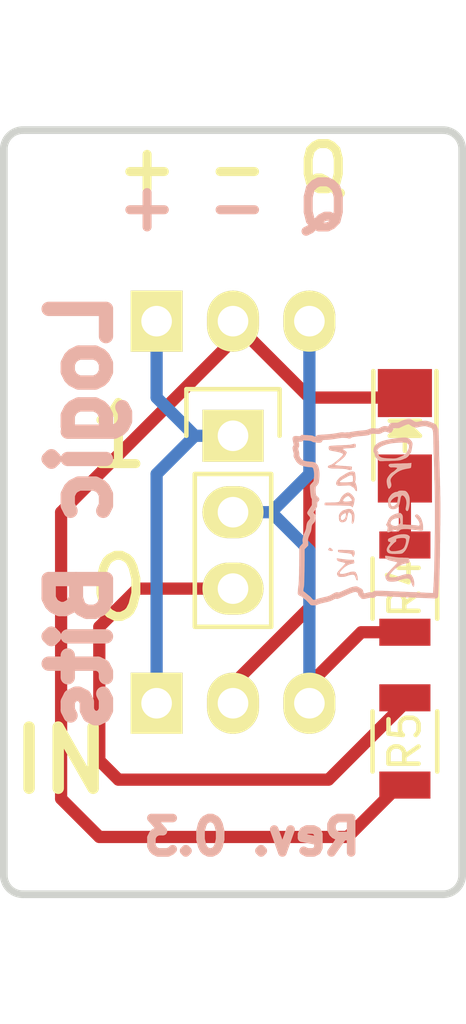
<source format=kicad_pcb>
(kicad_pcb (version 4) (host pcbnew 4.0.4-stable)

  (general
    (links 10)
    (no_connects 0)
    (area 131.085 79.294999 148.79 113.745001)
    (thickness 1.6)
    (drawings 7)
    (tracks 35)
    (zones 0)
    (modules 8)
    (nets 6)
  )

  (page A4)
  (layers
    (0 F.Cu signal)
    (31 B.Cu signal)
    (32 B.Adhes user)
    (33 F.Adhes user)
    (34 B.Paste user)
    (35 F.Paste user)
    (36 B.SilkS user)
    (37 F.SilkS user)
    (38 B.Mask user)
    (39 F.Mask user)
    (40 Dwgs.User user)
    (41 Cmts.User user)
    (42 Eco1.User user)
    (43 Eco2.User user)
    (44 Edge.Cuts user)
    (45 Margin user)
    (46 B.CrtYd user)
    (47 F.CrtYd user)
    (48 B.Fab user)
    (49 F.Fab user hide)
  )

  (setup
    (last_trace_width 0.4064)
    (user_trace_width 0.254)
    (user_trace_width 0.3048)
    (user_trace_width 0.4064)
    (user_trace_width 0.6096)
    (trace_clearance 0.2)
    (zone_clearance 0.508)
    (zone_45_only no)
    (trace_min 0.2)
    (segment_width 0.2)
    (edge_width 0.1)
    (via_size 0.6)
    (via_drill 0.4)
    (via_min_size 0.4)
    (via_min_drill 0.3)
    (uvia_size 0.3)
    (uvia_drill 0.1)
    (uvias_allowed no)
    (uvia_min_size 0.2)
    (uvia_min_drill 0.1)
    (pcb_text_width 0.3)
    (pcb_text_size 1.5 1.5)
    (mod_edge_width 0.15)
    (mod_text_size 1 1)
    (mod_text_width 0.15)
    (pad_size 2.032 1.7272)
    (pad_drill 1.016)
    (pad_to_mask_clearance 0)
    (aux_axis_origin 0 0)
    (visible_elements 7FFFFFFF)
    (pcbplotparams
      (layerselection 0x010f0_80000001)
      (usegerberextensions false)
      (excludeedgelayer true)
      (linewidth 0.100000)
      (plotframeref false)
      (viasonmask false)
      (mode 1)
      (useauxorigin false)
      (hpglpennumber 1)
      (hpglpenspeed 20)
      (hpglpendiameter 15)
      (hpglpenoverlay 2)
      (psnegative false)
      (psa4output false)
      (plotreference true)
      (plotvalue true)
      (plotinvisibletext false)
      (padsonsilk false)
      (subtractmaskfromsilk false)
      (outputformat 1)
      (mirror false)
      (drillshape 0)
      (scaleselection 1)
      (outputdirectory gerber/))
  )

  (net 0 "")
  (net 1 GND)
  (net 2 "Net-(D1-Pad2)")
  (net 3 +5V)
  (net 4 "Net-(P2-Pad1)")
  (net 5 "Net-(R5-Pad1)")

  (net_class Default "This is the default net class."
    (clearance 0.2)
    (trace_width 0.25)
    (via_dia 0.6)
    (via_drill 0.4)
    (uvia_dia 0.3)
    (uvia_drill 0.1)
    (add_net +5V)
    (add_net GND)
    (add_net "Net-(D1-Pad2)")
    (add_net "Net-(P2-Pad1)")
    (add_net "Net-(R5-Pad1)")
  )

  (module Pin_Headers:Pin_Header_Angled_1x03 (layer F.Cu) (tedit 569879AA) (tstamp 566DBE5A)
    (at 142.24 102.87 270)
    (descr "Through hole pin header")
    (tags "pin header")
    (path /566DEE5D)
    (fp_text reference P2 (at 0 -5.1 270) (layer F.Fab) hide
      (effects (font (size 1 1) (thickness 0.15)))
    )
    (fp_text value JMP_IN (at 0 -3.1 270) (layer F.Fab)
      (effects (font (size 1 1) (thickness 0.15)))
    )
    (fp_line (start -1.5 -1.75) (end -1.5 6.85) (layer F.CrtYd) (width 0.05))
    (fp_line (start -1.5 -1.75) (end 10.65 -1.75) (layer F.CrtYd) (width 0.05))
    (fp_line (start -1.5 6.85) (end 10.65 6.85) (layer F.CrtYd) (width 0.05))
    (pad 1 thru_hole oval (at 0 0 270) (size 2.032 1.7272) (drill 1.016) (layers *.Cu *.Mask F.SilkS)
      (net 4 "Net-(P2-Pad1)"))
    (pad 2 thru_hole oval (at 0 2.54 270) (size 2.032 1.7272) (drill 1.016) (layers *.Cu *.Mask F.SilkS)
      (net 1 GND))
    (pad 3 thru_hole rect (at 0 5.08 270) (size 2.032 1.7272) (drill 1.016) (layers *.Cu *.Mask F.SilkS)
      (net 3 +5V))
    (model Socket_Strips.3dshapes/Socket_Strip_Angled_1x03.wrl
      (at (xyz 0 -0.1 0))
      (scale (xyz 1 1 1))
      (rotate (xyz 0 0 90))
    )
  )

  (module Pin_Headers:Pin_Header_Angled_1x03 (layer F.Cu) (tedit 566E19BE) (tstamp 566DBE72)
    (at 137.16 90.17 90)
    (descr "Through hole pin header")
    (tags "pin header")
    (path /566DEFAD)
    (fp_text reference P6 (at 0 -5.1 90) (layer F.Fab) hide
      (effects (font (size 1 1) (thickness 0.15)))
    )
    (fp_text value JMP_OUT (at 0 -3.1 90) (layer F.Fab)
      (effects (font (size 1 1) (thickness 0.15)))
    )
    (fp_line (start -1.5 -1.75) (end -1.5 6.85) (layer F.CrtYd) (width 0.05))
    (fp_line (start -1.5 -1.75) (end 10.65 -1.75) (layer F.CrtYd) (width 0.05))
    (fp_line (start -1.5 6.85) (end 10.65 6.85) (layer F.CrtYd) (width 0.05))
    (pad 1 thru_hole rect (at 0 0 90) (size 2.032 1.7272) (drill 1.016) (layers *.Cu *.Mask F.SilkS)
      (net 3 +5V))
    (pad 2 thru_hole oval (at 0 2.54 90) (size 2.032 1.7272) (drill 1.016) (layers *.Cu *.Mask F.SilkS)
      (net 1 GND))
    (pad 3 thru_hole oval (at 0 5.08 90) (size 2.032 1.7272) (drill 1.016) (layers *.Cu *.Mask F.SilkS)
      (net 4 "Net-(P2-Pad1)"))
    (model Pin_Headers.3dshapes/Pin_Header_Angled_1x03.wrl
      (at (xyz 0 -0.1 0))
      (scale (xyz 1 1 1))
      (rotate (xyz 0 0 90))
    )
  )

  (module myFootPrints:MadeInOregonRev25 (layer F.Cu) (tedit 0) (tstamp 566E1B71)
    (at 144.145 96.52 90)
    (fp_text reference VAL (at 0 0 90) (layer F.SilkS) hide
      (effects (font (size 1.143 1.143) (thickness 0.1778)))
    )
    (fp_text value MadeInOregonRev25 (at 0 0 90) (layer F.SilkS) hide
      (effects (font (size 1.143 1.143) (thickness 0.1778)))
    )
    (fp_poly (pts (xy -3.09626 -1.76022) (xy -3.09626 -1.72212) (xy -3.09372 -1.69672) (xy -3.09118 -1.67386)
      (xy -3.0861 -1.65608) (xy -3.07594 -1.63576) (xy -3.0734 -1.62814) (xy -3.0607 -1.6002)
      (xy -3.05054 -1.5748) (xy -3.04038 -1.54432) (xy -3.03022 -1.50876) (xy -3.02006 -1.46304)
      (xy -3.00736 -1.4097) (xy -3.00228 -1.39192) (xy -2.98704 -1.31826) (xy -2.96926 -1.2573)
      (xy -2.95402 -1.20396) (xy -2.9337 -1.15824) (xy -2.91338 -1.1176) (xy -2.91338 -1.74752)
      (xy -2.91338 -1.76276) (xy -2.91084 -1.77546) (xy -2.90322 -1.78816) (xy -2.89052 -1.8034)
      (xy -2.86766 -1.82118) (xy -2.8575 -1.83134) (xy -2.82956 -1.8542) (xy -2.80416 -1.8796)
      (xy -2.78638 -1.90246) (xy -2.77876 -1.91008) (xy -2.76606 -1.92786) (xy -2.74574 -1.95326)
      (xy -2.72034 -1.98374) (xy -2.69494 -2.01422) (xy -2.6924 -2.01676) (xy -2.66954 -2.0447)
      (xy -2.64922 -2.0701) (xy -2.63652 -2.08788) (xy -2.6289 -2.09804) (xy -2.6289 -2.10058)
      (xy -2.62382 -2.10566) (xy -2.60604 -2.10566) (xy -2.58064 -2.10566) (xy -2.55016 -2.10058)
      (xy -2.51968 -2.0955) (xy -2.50952 -2.09296) (xy -2.49682 -2.09042) (xy -2.48412 -2.08534)
      (xy -2.46888 -2.08534) (xy -2.4511 -2.0828) (xy -2.4257 -2.08026) (xy -2.39268 -2.07772)
      (xy -2.35458 -2.07772) (xy -2.30632 -2.07518) (xy -2.2479 -2.07518) (xy -2.17678 -2.07264)
      (xy -2.09296 -2.0701) (xy -2.03962 -2.0701) (xy -1.95326 -2.06756) (xy -1.8669 -2.06756)
      (xy -1.78054 -2.06502) (xy -1.69672 -2.06502) (xy -1.61798 -2.06248) (xy -1.54686 -2.06248)
      (xy -1.48336 -2.06248) (xy -1.4351 -2.06248) (xy -1.4224 -2.06248) (xy -1.22936 -2.06248)
      (xy -1.1684 -2.00152) (xy -1.10744 -1.9431) (xy -1.0668 -1.9431) (xy -1.03886 -1.9431)
      (xy -1.0033 -1.94564) (xy -0.97536 -1.95072) (xy -0.94234 -1.95326) (xy -0.91186 -1.95072)
      (xy -0.87884 -1.94564) (xy -0.8382 -1.93548) (xy -0.79248 -1.9177) (xy -0.7366 -1.89484)
      (xy -0.72136 -1.88976) (xy -0.67818 -1.86944) (xy -0.64516 -1.85674) (xy -0.61722 -1.84912)
      (xy -0.59182 -1.84404) (xy -0.56388 -1.83896) (xy -0.5461 -1.83642) (xy -0.50038 -1.83134)
      (xy -0.46482 -1.82626) (xy -0.43688 -1.81864) (xy -0.41656 -1.80848) (xy -0.39624 -1.79578)
      (xy -0.37592 -1.77546) (xy -0.37338 -1.77292) (xy -0.35052 -1.7526) (xy -0.32512 -1.73482)
      (xy -0.30734 -1.72212) (xy -0.30734 -1.72212) (xy -0.28702 -1.71704) (xy -0.25654 -1.71196)
      (xy -0.22098 -1.70434) (xy -0.18288 -1.7018) (xy -0.14986 -1.69672) (xy -0.12446 -1.69672)
      (xy -0.10922 -1.69926) (xy -0.09652 -1.70688) (xy -0.07366 -1.71958) (xy -0.05334 -1.73736)
      (xy -0.03048 -1.75768) (xy -0.01524 -1.7653) (xy -0.00508 -1.76784) (xy 0 -1.7653)
      (xy 0.01016 -1.75768) (xy 0.03048 -1.74498) (xy 0.05842 -1.7272) (xy 0.0889 -1.70688)
      (xy 0.09652 -1.7018) (xy 0.18288 -1.64846) (xy 0.25908 -1.64592) (xy 0.29464 -1.64338)
      (xy 0.3175 -1.64084) (xy 0.3302 -1.6383) (xy 0.34036 -1.63322) (xy 0.34544 -1.6256)
      (xy 0.34798 -1.62052) (xy 0.3683 -1.59766) (xy 0.39624 -1.58242) (xy 0.42672 -1.5748)
      (xy 0.4318 -1.5748) (xy 0.45974 -1.58242) (xy 0.48768 -1.6002) (xy 0.51562 -1.63068)
      (xy 0.52578 -1.64338) (xy 0.53848 -1.65608) (xy 0.5461 -1.66624) (xy 0.55626 -1.67386)
      (xy 0.56896 -1.68148) (xy 0.58928 -1.68402) (xy 0.61468 -1.6891) (xy 0.65278 -1.69418)
      (xy 0.70104 -1.69672) (xy 0.71628 -1.69926) (xy 0.8255 -1.70942) (xy 0.85598 -1.68148)
      (xy 0.89154 -1.64846) (xy 0.9271 -1.62306) (xy 0.95758 -1.60274) (xy 0.96774 -1.59766)
      (xy 0.9906 -1.59258) (xy 1.02362 -1.5875) (xy 1.0668 -1.58242) (xy 1.11252 -1.57734)
      (xy 1.16332 -1.57226) (xy 1.21158 -1.56972) (xy 1.2573 -1.56972) (xy 1.25984 -1.56972)
      (xy 1.3081 -1.56972) (xy 1.35128 -1.5748) (xy 1.39446 -1.57988) (xy 1.44272 -1.59004)
      (xy 1.48844 -1.6002) (xy 1.52146 -1.61036) (xy 1.54686 -1.62306) (xy 1.56972 -1.63576)
      (xy 1.59258 -1.65608) (xy 1.61798 -1.68148) (xy 1.63576 -1.7018) (xy 1.651 -1.72212)
      (xy 1.65862 -1.74498) (xy 1.66624 -1.77292) (xy 1.67386 -1.80848) (xy 1.6764 -1.85166)
      (xy 1.68148 -1.90246) (xy 1.6891 -1.9812) (xy 1.7018 -2.04978) (xy 1.72212 -2.10566)
      (xy 1.74752 -2.15138) (xy 1.75006 -2.15646) (xy 1.77546 -2.18186) (xy 1.81356 -2.2098)
      (xy 1.82626 -2.21742) (xy 1.8542 -2.23012) (xy 1.87706 -2.24028) (xy 1.89484 -2.24282)
      (xy 1.9177 -2.24282) (xy 1.92024 -2.24282) (xy 1.95834 -2.24282) (xy 2.00152 -2.25044)
      (xy 2.032 -2.25806) (xy 2.0701 -2.27076) (xy 2.09804 -2.27584) (xy 2.11582 -2.27838)
      (xy 2.13106 -2.2733) (xy 2.1463 -2.26822) (xy 2.15392 -2.26314) (xy 2.1844 -2.2479)
      (xy 2.22758 -2.24282) (xy 2.27584 -2.2479) (xy 2.29108 -2.25298) (xy 2.31394 -2.25806)
      (xy 2.33426 -2.26314) (xy 2.34188 -2.26314) (xy 2.34188 -2.25806) (xy 2.34442 -2.23774)
      (xy 2.34442 -2.21488) (xy 2.34442 -2.21234) (xy 2.34442 -2.1844) (xy 2.34696 -2.16408)
      (xy 2.35204 -2.1463) (xy 2.36474 -2.12852) (xy 2.3876 -2.0955) (xy 2.37998 -1.97612)
      (xy 2.37744 -1.9304) (xy 2.37236 -1.89738) (xy 2.36982 -1.87198) (xy 2.36474 -1.8542)
      (xy 2.35966 -1.83896) (xy 2.35204 -1.82372) (xy 2.34696 -1.8161) (xy 2.33172 -1.78562)
      (xy 2.3241 -1.75768) (xy 2.3241 -1.73736) (xy 2.32156 -1.70942) (xy 2.31902 -1.68656)
      (xy 2.31648 -1.67894) (xy 2.31394 -1.66116) (xy 2.30886 -1.63576) (xy 2.30886 -1.60274)
      (xy 2.30886 -1.59004) (xy 2.30886 -1.55702) (xy 2.30886 -1.5367) (xy 2.31394 -1.52146)
      (xy 2.32156 -1.5113) (xy 2.33172 -1.4986) (xy 2.33426 -1.49606) (xy 2.35458 -1.48082)
      (xy 2.3749 -1.4732) (xy 2.37744 -1.47066) (xy 2.3876 -1.47066) (xy 2.39268 -1.46558)
      (xy 2.39776 -1.45034) (xy 2.4003 -1.42494) (xy 2.40284 -1.39192) (xy 2.40538 -1.35382)
      (xy 2.40538 -1.33096) (xy 2.40792 -1.28778) (xy 2.413 -1.2319) (xy 2.42062 -1.16078)
      (xy 2.43332 -1.07442) (xy 2.4511 -0.97536) (xy 2.4511 -0.96774) (xy 2.45872 -0.92456)
      (xy 2.4638 -0.88392) (xy 2.46888 -0.85344) (xy 2.47142 -0.83058) (xy 2.47396 -0.82296)
      (xy 2.47396 -0.81026) (xy 2.47142 -0.7874) (xy 2.47142 -0.75692) (xy 2.46888 -0.72644)
      (xy 2.46888 -0.69342) (xy 2.46634 -0.66294) (xy 2.4638 -0.64262) (xy 2.46126 -0.635)
      (xy 2.4511 -0.6096) (xy 2.44856 -0.57912) (xy 2.4511 -0.54864) (xy 2.46126 -0.52324)
      (xy 2.4765 -0.51054) (xy 2.48412 -0.49784) (xy 2.49174 -0.47244) (xy 2.5019 -0.4318)
      (xy 2.50952 -0.37592) (xy 2.51968 -0.30734) (xy 2.5273 -0.2286) (xy 2.53238 -0.16764)
      (xy 2.53746 -0.1143) (xy 2.54254 -0.0635) (xy 2.54762 -0.02032) (xy 2.5527 0.01524)
      (xy 2.55524 0.04064) (xy 2.55778 0.05334) (xy 2.56794 0.07366) (xy 2.5781 0.1016)
      (xy 2.58826 0.127) (xy 2.59588 0.14732) (xy 2.6035 0.16256) (xy 2.60604 0.18034)
      (xy 2.60858 0.20066) (xy 2.60858 0.22606) (xy 2.60604 0.25908) (xy 2.6035 0.3048)
      (xy 2.6035 0.32512) (xy 2.60096 0.37084) (xy 2.60096 0.4064) (xy 2.60604 0.43434)
      (xy 2.61366 0.45974) (xy 2.62636 0.48768) (xy 2.64668 0.5207) (xy 2.66446 0.5588)
      (xy 2.67462 0.58674) (xy 2.6797 0.61468) (xy 2.67462 0.64262) (xy 2.66446 0.68072)
      (xy 2.65938 0.69088) (xy 2.64668 0.72898) (xy 2.63906 0.75946) (xy 2.63906 0.77978)
      (xy 2.6416 0.79756) (xy 2.64922 0.8128) (xy 2.64922 0.81534) (xy 2.66446 0.83058)
      (xy 2.68986 0.84836) (xy 2.72034 0.86614) (xy 2.75336 0.87884) (xy 2.77368 0.88646)
      (xy 2.794 0.89154) (xy 2.794 0.98044) (xy 2.794 1.07188) (xy 2.82448 1.13538)
      (xy 2.8575 1.20396) (xy 2.8829 1.26238) (xy 2.90322 1.31064) (xy 2.91592 1.3462)
      (xy 2.921 1.36652) (xy 2.92354 1.3843) (xy 2.92354 1.39954) (xy 2.91592 1.41478)
      (xy 2.90068 1.4351) (xy 2.90068 1.43764) (xy 2.87274 1.47828) (xy 2.84988 1.51638)
      (xy 2.8321 1.5621) (xy 2.82448 1.59004) (xy 2.80924 1.64338) (xy 2.8321 1.74244)
      (xy 2.84734 1.80848) (xy 2.85496 1.86182) (xy 2.86004 1.90754) (xy 2.86004 1.94818)
      (xy 2.85242 1.98628) (xy 2.84226 2.02438) (xy 2.84226 2.02438) (xy 2.82702 2.06756)
      (xy 2.81432 2.10566) (xy 2.79908 2.13868) (xy 2.78892 2.16154) (xy 2.77876 2.1717)
      (xy 2.77876 2.17424) (xy 2.7686 2.17678) (xy 2.74828 2.1844) (xy 2.74066 2.18948)
      (xy 2.7178 2.1971) (xy 2.68224 2.20472) (xy 2.63398 2.2098) (xy 2.57302 2.21234)
      (xy 2.49682 2.21488) (xy 2.40792 2.21742) (xy 2.30632 2.21742) (xy 2.29616 2.21742)
      (xy 2.24028 2.21996) (xy 2.17424 2.21996) (xy 2.10058 2.2225) (xy 2.02184 2.2225)
      (xy 1.9431 2.22504) (xy 1.86944 2.23012) (xy 1.84912 2.23012) (xy 1.6129 2.23774)
      (xy 1.38684 2.2479) (xy 1.16332 2.25298) (xy 0.9398 2.25806) (xy 0.71882 2.26314)
      (xy 0.4953 2.26568) (xy 0.26924 2.26822) (xy 0.03556 2.26822) (xy -0.2032 2.26822)
      (xy -0.45466 2.26822) (xy -0.71628 2.26568) (xy -0.84836 2.26314) (xy -1.03378 2.2606)
      (xy -1.20396 2.25806) (xy -1.36144 2.25552) (xy -1.50622 2.25298) (xy -1.64084 2.25044)
      (xy -1.7653 2.2479) (xy -1.88214 2.24536) (xy -1.98882 2.24282) (xy -2.08788 2.23774)
      (xy -2.17932 2.2352) (xy -2.26822 2.23266) (xy -2.35204 2.22758) (xy -2.39776 2.22504)
      (xy -2.46126 2.2225) (xy -2.51968 2.21742) (xy -2.57302 2.21488) (xy -2.61874 2.21234)
      (xy -2.65176 2.2098) (xy -2.67462 2.2098) (xy -2.68732 2.2098) (xy -2.68732 2.2098)
      (xy -2.68732 2.20218) (xy -2.68478 2.17932) (xy -2.68478 2.1463) (xy -2.68224 2.09804)
      (xy -2.6797 2.03962) (xy -2.67716 1.97104) (xy -2.67208 1.8923) (xy -2.66954 1.80594)
      (xy -2.66446 1.70942) (xy -2.65938 1.60782) (xy -2.65684 1.50114) (xy -2.65176 1.38684)
      (xy -2.64414 1.27) (xy -2.64414 1.25476) (xy -2.63906 1.11506) (xy -2.63398 0.98806)
      (xy -2.6289 0.87376) (xy -2.62382 0.77216) (xy -2.61874 0.68326) (xy -2.6162 0.60452)
      (xy -2.61366 0.53848) (xy -2.61112 0.47752) (xy -2.61112 0.42926) (xy -2.61112 0.38608)
      (xy -2.61112 0.35306) (xy -2.61112 0.32258) (xy -2.61112 0.29972) (xy -2.61366 0.28194)
      (xy -2.6162 0.2667) (xy -2.61874 0.25654) (xy -2.62128 0.24638) (xy -2.62636 0.23876)
      (xy -2.63144 0.23368) (xy -2.63652 0.22606) (xy -2.6416 0.21844) (xy -2.6543 0.2032)
      (xy -2.66192 0.18796) (xy -2.66446 0.17272) (xy -2.66192 0.14732) (xy -2.66192 0.13716)
      (xy -2.66192 0.1016) (xy -2.66446 0.06858) (xy -2.67462 0.02794) (xy -2.67462 0.0254)
      (xy -2.68732 -0.01778) (xy -2.69494 -0.04826) (xy -2.69748 -0.07112) (xy -2.69748 -0.08382)
      (xy -2.69494 -0.09398) (xy -2.68732 -0.09906) (xy -2.68732 -0.1016) (xy -2.66954 -0.10668)
      (xy -2.64668 -0.1143) (xy -2.63652 -0.1143) (xy -2.60858 -0.12192) (xy -2.58572 -0.13208)
      (xy -2.5654 -0.14732) (xy -2.54762 -0.17018) (xy -2.52476 -0.20574) (xy -2.50698 -0.2413)
      (xy -2.4638 -0.3302) (xy -2.47142 -0.40894) (xy -2.4765 -0.43942) (xy -2.48158 -0.46736)
      (xy -2.4892 -0.49276) (xy -2.49682 -0.5207) (xy -2.50952 -0.55626) (xy -2.52984 -0.59944)
      (xy -2.53492 -0.61214) (xy -2.55524 -0.66294) (xy -2.5781 -0.71374) (xy -2.60096 -0.76708)
      (xy -2.62128 -0.8128) (xy -2.63144 -0.83058) (xy -2.64668 -0.86868) (xy -2.65938 -0.89662)
      (xy -2.667 -0.91694) (xy -2.66954 -0.92964) (xy -2.667 -0.9398) (xy -2.667 -0.94996)
      (xy -2.65938 -0.97536) (xy -2.65938 -1.00584) (xy -2.66954 -1.03886) (xy -2.68732 -1.0795)
      (xy -2.71272 -1.12776) (xy -2.71526 -1.1303) (xy -2.73812 -1.17094) (xy -2.75844 -1.2065)
      (xy -2.77368 -1.23698) (xy -2.78384 -1.26746) (xy -2.79654 -1.30048) (xy -2.8067 -1.34112)
      (xy -2.81686 -1.38684) (xy -2.82702 -1.43256) (xy -2.84226 -1.49606) (xy -2.85496 -1.54686)
      (xy -2.86512 -1.5875) (xy -2.87528 -1.62052) (xy -2.88544 -1.64846) (xy -2.89306 -1.67132)
      (xy -2.90068 -1.68148) (xy -2.9083 -1.70942) (xy -2.91338 -1.7399) (xy -2.91338 -1.74752)
      (xy -2.91338 -1.1176) (xy -2.91084 -1.11506) (xy -2.90576 -1.09982) (xy -2.88798 -1.07188)
      (xy -2.87782 -1.04902) (xy -2.87274 -1.03632) (xy -2.87274 -1.02616) (xy -2.87782 -1.016)
      (xy -2.88036 -0.99822) (xy -2.8829 -0.98044) (xy -2.87782 -0.95758) (xy -2.8702 -0.92964)
      (xy -2.85496 -0.89408) (xy -2.83464 -0.84582) (xy -2.8194 -0.81534) (xy -2.78384 -0.73406)
      (xy -2.74828 -0.65786) (xy -2.72034 -0.58928) (xy -2.69494 -0.52832) (xy -2.67462 -0.47752)
      (xy -2.66192 -0.43688) (xy -2.6543 -0.40894) (xy -2.6543 -0.4064) (xy -2.64922 -0.37846)
      (xy -2.65176 -0.36068) (xy -2.65684 -0.34036) (xy -2.66446 -0.32766) (xy -2.67462 -0.30734)
      (xy -2.68732 -0.29464) (xy -2.70256 -0.28702) (xy -2.72542 -0.28194) (xy -2.73812 -0.2794)
      (xy -2.75336 -0.27686) (xy -2.77114 -0.2667) (xy -2.78892 -0.25146) (xy -2.81686 -0.22606)
      (xy -2.82448 -0.2159) (xy -2.84988 -0.1905) (xy -2.86766 -0.17272) (xy -2.87782 -0.16002)
      (xy -2.8829 -0.14732) (xy -2.8829 -0.13208) (xy -2.8829 -0.12192) (xy -2.88036 -0.06858)
      (xy -2.86766 -0.00762) (xy -2.85242 0.05588) (xy -2.8448 0.08382) (xy -2.84226 0.10668)
      (xy -2.84226 0.12954) (xy -2.8448 0.16002) (xy -2.84734 0.1651) (xy -2.84988 0.19812)
      (xy -2.84988 0.22606) (xy -2.84226 0.24892) (xy -2.82448 0.27686) (xy -2.8067 0.29972)
      (xy -2.78384 0.32766) (xy -2.82702 1.3081) (xy -2.8321 1.42748) (xy -2.83718 1.54432)
      (xy -2.84226 1.65608) (xy -2.84734 1.76276) (xy -2.84988 1.86182) (xy -2.85496 1.95326)
      (xy -2.8575 2.03708) (xy -2.86004 2.11074) (xy -2.86258 2.17424) (xy -2.86512 2.22758)
      (xy -2.86512 2.26822) (xy -2.86512 2.29616) (xy -2.86512 2.3114) (xy -2.86512 2.3114)
      (xy -2.85496 2.3368) (xy -2.83464 2.35966) (xy -2.81178 2.3749) (xy -2.8067 2.37744)
      (xy -2.794 2.37998) (xy -2.76606 2.38252) (xy -2.72796 2.38506) (xy -2.6797 2.39014)
      (xy -2.62128 2.39268) (xy -2.55778 2.39776) (xy -2.48412 2.4003) (xy -2.40792 2.40538)
      (xy -2.32664 2.40792) (xy -2.24536 2.413) (xy -2.16154 2.41554) (xy -2.08026 2.41808)
      (xy -1.99898 2.42062) (xy -1.92278 2.42316) (xy -1.85166 2.4257) (xy -1.80848 2.42824)
      (xy -1.74752 2.42824) (xy -1.67386 2.43078) (xy -1.59004 2.43078) (xy -1.4986 2.43332)
      (xy -1.397 2.43586) (xy -1.29032 2.43586) (xy -1.1811 2.4384) (xy -1.0668 2.4384)
      (xy -0.95504 2.44094) (xy -0.84582 2.44348) (xy -0.80264 2.44348) (xy -0.70104 2.44348)
      (xy -0.59944 2.44602) (xy -0.50038 2.44602) (xy -0.40386 2.44856) (xy -0.31496 2.44856)
      (xy -0.23114 2.44856) (xy -0.15748 2.4511) (xy -0.09398 2.4511) (xy -0.04064 2.4511)
      (xy 0 2.4511) (xy 0.02286 2.4511) (xy 0.05842 2.4511) (xy 0.10922 2.4511)
      (xy 0.17018 2.4511) (xy 0.2413 2.4511) (xy 0.3175 2.4511) (xy 0.39878 2.44856)
      (xy 0.4826 2.44856) (xy 0.56642 2.44602) (xy 0.60198 2.44602) (xy 0.75692 2.44348)
      (xy 0.90678 2.4384) (xy 1.0541 2.43586) (xy 1.1938 2.43078) (xy 1.32588 2.42824)
      (xy 1.45034 2.42316) (xy 1.56464 2.42062) (xy 1.66624 2.41808) (xy 1.7526 2.413)
      (xy 1.77038 2.413) (xy 1.82626 2.41046) (xy 1.8923 2.40792) (xy 1.96342 2.40792)
      (xy 2.03454 2.40538) (xy 2.10312 2.40538) (xy 2.12852 2.40538) (xy 2.19456 2.40538)
      (xy 2.26822 2.40284) (xy 2.3495 2.40284) (xy 2.42824 2.39776) (xy 2.50444 2.39522)
      (xy 2.54254 2.39522) (xy 2.75844 2.38252) (xy 2.82956 2.3495) (xy 2.86258 2.33172)
      (xy 2.88798 2.31902) (xy 2.90576 2.30632) (xy 2.91084 2.30124) (xy 2.92608 2.28092)
      (xy 2.94132 2.25044) (xy 2.96164 2.2098) (xy 2.97942 2.16662) (xy 2.9972 2.12344)
      (xy 3.01244 2.08534) (xy 3.02514 2.0447) (xy 3.03276 2.01168) (xy 3.03784 1.98628)
      (xy 3.04038 1.9558) (xy 3.04038 1.93548) (xy 3.0353 1.86182) (xy 3.0226 1.778)
      (xy 3.00736 1.70434) (xy 2.99974 1.66878) (xy 2.99974 1.64084) (xy 3.00736 1.61036)
      (xy 3.0226 1.57734) (xy 3.04546 1.53924) (xy 3.0607 1.52146) (xy 3.08356 1.4859)
      (xy 3.0988 1.4605) (xy 3.10642 1.4351) (xy 3.10896 1.4097) (xy 3.10642 1.37668)
      (xy 3.0988 1.33858) (xy 3.09118 1.3081) (xy 3.07848 1.26746) (xy 3.0607 1.22174)
      (xy 3.04038 1.1684) (xy 3.01498 1.1176) (xy 2.99466 1.07442) (xy 2.98704 1.05664)
      (xy 2.97942 1.0414) (xy 2.97688 1.02362) (xy 2.97434 1.0033) (xy 2.97434 0.97282)
      (xy 2.97434 0.93218) (xy 2.97434 0.9271) (xy 2.9718 0.87884) (xy 2.96926 0.8382)
      (xy 2.96418 0.81026) (xy 2.95148 0.7874) (xy 2.9337 0.76708) (xy 2.90576 0.7493)
      (xy 2.86766 0.72898) (xy 2.84734 0.71882) (xy 2.84734 0.7112) (xy 2.84988 0.69342)
      (xy 2.85496 0.66802) (xy 2.8575 0.6604) (xy 2.86258 0.61468) (xy 2.86258 0.5842)
      (xy 2.86258 0.57658) (xy 2.84988 0.5334) (xy 2.82956 0.48768) (xy 2.8067 0.44196)
      (xy 2.79908 0.42926) (xy 2.79146 0.41656) (xy 2.78638 0.40386) (xy 2.7813 0.38862)
      (xy 2.7813 0.37084) (xy 2.7813 0.34798) (xy 2.7813 0.3175) (xy 2.78638 0.27432)
      (xy 2.79146 0.22098) (xy 2.79146 0.21844) (xy 2.79146 0.19304) (xy 2.79146 0.16764)
      (xy 2.78384 0.1397) (xy 2.77622 0.11176) (xy 2.76352 0.07874) (xy 2.75336 0.04826)
      (xy 2.7432 0.0254) (xy 2.74066 0.02032) (xy 2.73558 0.00762) (xy 2.7305 -0.0127)
      (xy 2.72796 -0.04064) (xy 2.72288 -0.07874) (xy 2.7178 -0.12954) (xy 2.71272 -0.1905)
      (xy 2.7051 -0.25908) (xy 2.69748 -0.32512) (xy 2.68986 -0.38862) (xy 2.6797 -0.44958)
      (xy 2.67208 -0.50292) (xy 2.66446 -0.5461) (xy 2.6543 -0.57658) (xy 2.65176 -0.58674)
      (xy 2.65176 -0.60452) (xy 2.6543 -0.6223) (xy 2.65684 -0.6477) (xy 2.65176 -0.68326)
      (xy 2.65176 -0.68326) (xy 2.64668 -0.71628) (xy 2.64922 -0.75184) (xy 2.65176 -0.76962)
      (xy 2.6543 -0.79248) (xy 2.65684 -0.8128) (xy 2.6543 -0.83566) (xy 2.65176 -0.8636)
      (xy 2.64414 -0.90424) (xy 2.6416 -0.91948) (xy 2.62382 -1.01346) (xy 2.61112 -1.09982)
      (xy 2.60096 -1.1811) (xy 2.59334 -1.26238) (xy 2.58572 -1.35128) (xy 2.58064 -1.42748)
      (xy 2.5781 -1.49352) (xy 2.57302 -1.54432) (xy 2.57048 -1.58496) (xy 2.5654 -1.61544)
      (xy 2.56286 -1.6383) (xy 2.55524 -1.65608) (xy 2.54762 -1.66878) (xy 2.53746 -1.6764)
      (xy 2.52984 -1.68402) (xy 2.51714 -1.69418) (xy 2.51206 -1.70688) (xy 2.5146 -1.72466)
      (xy 2.52222 -1.75006) (xy 2.53238 -1.77546) (xy 2.53238 -1.77546) (xy 2.54 -1.78816)
      (xy 2.54254 -1.79832) (xy 2.54762 -1.81102) (xy 2.55016 -1.8288) (xy 2.5527 -1.85166)
      (xy 2.55524 -1.88214) (xy 2.55778 -1.92532) (xy 2.56286 -1.97866) (xy 2.56286 -2.0066)
      (xy 2.57302 -2.159) (xy 2.54762 -2.18948) (xy 2.52222 -2.21996) (xy 2.52984 -2.29616)
      (xy 2.53238 -2.34442) (xy 2.53238 -2.37998) (xy 2.52984 -2.40538) (xy 2.51968 -2.4257)
      (xy 2.50698 -2.44094) (xy 2.50444 -2.44348) (xy 2.4892 -2.45618) (xy 2.47142 -2.46126)
      (xy 2.44856 -2.4638) (xy 2.42062 -2.4638) (xy 2.38252 -2.45618) (xy 2.33172 -2.44602)
      (xy 2.32664 -2.44348) (xy 2.2352 -2.42316) (xy 2.19964 -2.44348) (xy 2.17424 -2.45618)
      (xy 2.15138 -2.4638) (xy 2.12344 -2.4638) (xy 2.09296 -2.45872) (xy 2.04978 -2.4511)
      (xy 2.0193 -2.44348) (xy 1.98374 -2.43332) (xy 1.9558 -2.4257) (xy 1.93802 -2.42316)
      (xy 1.92024 -2.4257) (xy 1.90754 -2.42824) (xy 1.88722 -2.43078) (xy 1.86944 -2.43078)
      (xy 1.84912 -2.42824) (xy 1.82372 -2.41808) (xy 1.79324 -2.40284) (xy 1.76022 -2.38506)
      (xy 1.71958 -2.3622) (xy 1.6891 -2.34442) (xy 1.66624 -2.32664) (xy 1.64846 -2.3114)
      (xy 1.63068 -2.29362) (xy 1.6129 -2.27076) (xy 1.59258 -2.2479) (xy 1.57734 -2.22504)
      (xy 1.56718 -2.20472) (xy 1.55702 -2.17932) (xy 1.54432 -2.1463) (xy 1.53162 -2.10312)
      (xy 1.52908 -2.09296) (xy 1.51638 -2.0447) (xy 1.50876 -2.00406) (xy 1.50368 -1.96596)
      (xy 1.4986 -1.92278) (xy 1.4986 -1.90754) (xy 1.49606 -1.86182) (xy 1.49352 -1.8288)
      (xy 1.4859 -1.80594) (xy 1.4732 -1.7907) (xy 1.45288 -1.778) (xy 1.4224 -1.77038)
      (xy 1.39446 -1.76276) (xy 1.3335 -1.7526) (xy 1.26238 -1.74752) (xy 1.18364 -1.75006)
      (xy 1.10998 -1.75768) (xy 1.03124 -1.7653) (xy 0.9652 -1.82372) (xy 0.9398 -1.84912)
      (xy 0.9144 -1.8669) (xy 0.89408 -1.88214) (xy 0.88392 -1.88722) (xy 0.86868 -1.88722)
      (xy 0.84328 -1.88722) (xy 0.80518 -1.88722) (xy 0.762 -1.88214) (xy 0.7112 -1.8796)
      (xy 0.6604 -1.87452) (xy 0.6096 -1.86944) (xy 0.56642 -1.86436) (xy 0.52324 -1.85674)
      (xy 0.49276 -1.85166) (xy 0.47244 -1.8415) (xy 0.45974 -1.83642) (xy 0.44958 -1.8288)
      (xy 0.43942 -1.82372) (xy 0.42418 -1.82118) (xy 0.40386 -1.82118) (xy 0.37592 -1.82118)
      (xy 0.33782 -1.82118) (xy 0.23622 -1.82372) (xy 0.13208 -1.8923) (xy 0.09398 -1.9177)
      (xy 0.06096 -1.93802) (xy 0.03302 -1.9558) (xy 0.0127 -1.96596) (xy 0.00508 -1.97104)
      (xy -0.02286 -1.97866) (xy -0.04826 -1.97358) (xy -0.07874 -1.95834) (xy -0.1143 -1.92786)
      (xy -0.11684 -1.92532) (xy -0.1397 -1.905) (xy -0.15748 -1.8923) (xy -0.17272 -1.88468)
      (xy -0.18796 -1.88214) (xy -0.19304 -1.88214) (xy -0.21082 -1.88468) (xy -0.22352 -1.88722)
      (xy -0.2413 -1.89992) (xy -0.26162 -1.9177) (xy -0.27178 -1.92786) (xy -0.30226 -1.95326)
      (xy -0.33528 -1.97358) (xy -0.37338 -1.98882) (xy -0.41656 -1.99898) (xy -0.47244 -2.00914)
      (xy -0.50038 -2.01168) (xy -0.53848 -2.01676) (xy -0.56896 -2.02438) (xy -0.59944 -2.03454)
      (xy -0.635 -2.04724) (xy -0.66548 -2.05994) (xy -0.70866 -2.07772) (xy -0.75692 -2.0955)
      (xy -0.80264 -2.11074) (xy -0.83058 -2.11836) (xy -0.86868 -2.12598) (xy -0.89662 -2.1336)
      (xy -0.91948 -2.1336) (xy -0.94234 -2.1336) (xy -0.97282 -2.13106) (xy -1.03378 -2.12344)
      (xy -1.0922 -2.17678) (xy -1.12776 -2.2098) (xy -1.1557 -2.23012) (xy -1.17348 -2.2352)
      (xy -1.18618 -2.23774) (xy -1.21412 -2.23774) (xy -1.24968 -2.24028) (xy -1.2954 -2.24028)
      (xy -1.3462 -2.24028) (xy -1.40208 -2.24028) (xy -1.40462 -2.24028) (xy -1.48844 -2.24028)
      (xy -1.57734 -2.24282) (xy -1.66878 -2.24282) (xy -1.76022 -2.24282) (xy -1.85166 -2.24536)
      (xy -1.94056 -2.2479) (xy -2.02438 -2.2479) (xy -2.10566 -2.25044) (xy -2.18186 -2.25298)
      (xy -2.25044 -2.25552) (xy -2.30886 -2.25806) (xy -2.35966 -2.2606) (xy -2.39776 -2.26314)
      (xy -2.42316 -2.26568) (xy -2.43586 -2.26822) (xy -2.45364 -2.27076) (xy -2.48666 -2.27584)
      (xy -2.52476 -2.28092) (xy -2.5654 -2.28346) (xy -2.58572 -2.286) (xy -2.63144 -2.28854)
      (xy -2.66446 -2.29108) (xy -2.68732 -2.29108) (xy -2.7051 -2.29108) (xy -2.7178 -2.28854)
      (xy -2.72796 -2.28346) (xy -2.7305 -2.28092) (xy -2.7559 -2.2606) (xy -2.77876 -2.22758)
      (xy -2.78892 -2.19202) (xy -2.79654 -2.17678) (xy -2.81178 -2.15392) (xy -2.8321 -2.13106)
      (xy -2.83718 -2.12344) (xy -2.86258 -2.09296) (xy -2.88544 -2.06502) (xy -2.90576 -2.04216)
      (xy -2.9083 -2.03708) (xy -2.92354 -2.0193) (xy -2.94894 -1.9939) (xy -2.97688 -1.96596)
      (xy -3.00482 -1.93802) (xy -3.03276 -1.91262) (xy -3.05816 -1.88976) (xy -3.07594 -1.87198)
      (xy -3.0861 -1.85928) (xy -3.0861 -1.85928) (xy -3.09118 -1.8415) (xy -3.09626 -1.81102)
      (xy -3.09626 -1.77038) (xy -3.09626 -1.76022) (xy -3.09626 -1.76022)) (layer B.SilkS) (width 0.00254))
    (fp_poly (pts (xy -0.67056 0.70358) (xy -0.67056 0.72136) (xy -0.66802 0.72644) (xy -0.66548 0.74676)
      (xy -0.65532 0.7747) (xy -0.64262 0.80772) (xy -0.63246 0.83312) (xy -0.61468 0.8763)
      (xy -0.60198 0.90932) (xy -0.59436 0.93218) (xy -0.59182 0.94996) (xy -0.5969 0.9652)
      (xy -0.60198 0.9779) (xy -0.61722 0.99568) (xy -0.63246 1.01092) (xy -0.64516 1.02362)
      (xy -0.6477 1.03632) (xy -0.64262 1.05156) (xy -0.62484 1.07188) (xy -0.6223 1.07696)
      (xy -0.59944 1.10236) (xy -0.5842 1.12522) (xy -0.57404 1.14554) (xy -0.56896 1.17348)
      (xy -0.56388 1.2065) (xy -0.56134 1.24968) (xy -0.56134 1.26238) (xy -0.56134 1.31572)
      (xy -0.56134 1.36652) (xy -0.56642 1.41986) (xy -0.5715 1.47828) (xy -0.58166 1.54686)
      (xy -0.59182 1.62306) (xy -0.59944 1.66116) (xy -0.60706 1.71704) (xy -0.61468 1.76022)
      (xy -0.61722 1.79324) (xy -0.61976 1.8161) (xy -0.61722 1.83388) (xy -0.61468 1.84658)
      (xy -0.6096 1.85674) (xy -0.6096 1.85928) (xy -0.60198 1.8669) (xy -0.59436 1.86944)
      (xy -0.58166 1.87198) (xy -0.56134 1.87452) (xy -0.53086 1.87452) (xy -0.51308 1.87452)
      (xy -0.47752 1.87452) (xy -0.45974 1.87198) (xy -0.45974 0.94234) (xy -0.45212 0.89662)
      (xy -0.43688 0.85344) (xy -0.41402 0.81788) (xy -0.40894 0.81026) (xy -0.38354 0.79502)
      (xy -0.35306 0.79248) (xy -0.32258 0.8001) (xy -0.2921 0.81788) (xy -0.26162 0.84582)
      (xy -0.23622 0.87884) (xy -0.21844 0.91948) (xy -0.21336 0.92964) (xy -0.20828 0.9525)
      (xy -0.2032 0.98044) (xy -0.19812 1.01092) (xy -0.19304 1.0414) (xy -0.1905 1.06934)
      (xy -0.18796 1.08712) (xy -0.1905 1.09728) (xy -0.20066 1.09982) (xy -0.22098 1.1049)
      (xy -0.24892 1.10998) (xy -0.2794 1.11252) (xy -0.30734 1.11506) (xy -0.3302 1.1176)
      (xy -0.34036 1.1176) (xy -0.36322 1.10998) (xy -0.38862 1.09474) (xy -0.39878 1.08458)
      (xy -0.4191 1.06172) (xy -0.43688 1.03886) (xy -0.44196 1.02616) (xy -0.4572 0.98806)
      (xy -0.45974 0.94234) (xy -0.45974 1.87198) (xy -0.4445 1.87198) (xy -0.42164 1.87198)
      (xy -0.41148 1.86944) (xy -0.37338 1.86182) (xy -0.3302 1.85166) (xy -0.28448 1.83642)
      (xy -0.24384 1.82372) (xy -0.21336 1.80848) (xy -0.20828 1.80848) (xy -0.17018 1.78562)
      (xy -0.13462 1.75768) (xy -0.10414 1.7272) (xy -0.08382 1.69926) (xy -0.07112 1.67386)
      (xy -0.07112 1.651) (xy -0.07112 1.651) (xy -0.08382 1.63068) (xy -0.10414 1.6129)
      (xy -0.12446 1.60528) (xy -0.12446 1.60528) (xy -0.1397 1.6129) (xy -0.16256 1.62814)
      (xy -0.19558 1.65608) (xy -0.20066 1.65862) (xy -0.24384 1.69672) (xy -0.28702 1.72466)
      (xy -0.3302 1.74498) (xy -0.37084 1.75768) (xy -0.40386 1.76276) (xy -0.4318 1.75514)
      (xy -0.43942 1.75006) (xy -0.44958 1.74244) (xy -0.45212 1.73482) (xy -0.45212 1.71958)
      (xy -0.44704 1.69672) (xy -0.4445 1.69418) (xy -0.44196 1.67386) (xy -0.43688 1.64338)
      (xy -0.4318 1.60274) (xy -0.42926 1.55194) (xy -0.42418 1.4859) (xy -0.4191 1.4097)
      (xy -0.41402 1.31826) (xy -0.41148 1.29286) (xy -0.4064 1.20142) (xy -0.27178 1.20142)
      (xy -0.21336 1.20142) (xy -0.17018 1.20142) (xy -0.13462 1.19888) (xy -0.10668 1.19126)
      (xy -0.08636 1.18364) (xy -0.06858 1.1684) (xy -0.0508 1.15316) (xy -0.04572 1.14808)
      (xy -0.03048 1.12776) (xy -0.0254 1.11506) (xy -0.0254 1.09474) (xy -0.02794 1.08458)
      (xy -0.04318 0.99822) (xy -0.06858 0.92202) (xy -0.1016 0.85598) (xy -0.14224 0.8001)
      (xy -0.1524 0.78994) (xy -0.18796 0.75692) (xy -0.22352 0.73406) (xy -0.26416 0.71374)
      (xy -0.29718 0.70104) (xy -0.3302 0.68834) (xy -0.36322 0.6731) (xy -0.37846 0.66548)
      (xy -0.4191 0.64262) (xy -0.44704 0.66548) (xy -0.4699 0.68326) (xy -0.49022 0.69596)
      (xy -0.51308 0.6985) (xy -0.54102 0.69596) (xy -0.57404 0.69088) (xy -0.60706 0.68326)
      (xy -0.62992 0.68326) (xy -0.64516 0.68326) (xy -0.65532 0.6858) (xy -0.66802 0.69342)
      (xy -0.67056 0.70358) (xy -0.67056 0.70358)) (layer B.SilkS) (width 0.00254))
    (fp_poly (pts (xy -2.47904 1.55448) (xy -2.47142 1.56464) (xy -2.47142 1.56718) (xy -2.45364 1.5748)
      (xy -2.4257 1.57988) (xy -2.39014 1.58242) (xy -2.3495 1.57988) (xy -2.30886 1.57734)
      (xy -2.29108 1.57226) (xy -2.24536 1.5621) (xy -2.1971 1.54686) (xy -2.15392 1.52654)
      (xy -2.11836 1.50622) (xy -2.0955 1.49098) (xy -2.08026 1.47828) (xy -2.07264 1.46558)
      (xy -2.06756 1.44526) (xy -2.06248 1.41986) (xy -2.05994 1.41224) (xy -2.0574 1.35636)
      (xy -2.06248 1.30048) (xy -2.07518 1.23698) (xy -2.09804 1.16586) (xy -2.10312 1.14808)
      (xy -2.13106 1.0668) (xy -2.15138 0.99568) (xy -2.16408 0.93218) (xy -2.16916 0.87376)
      (xy -2.16916 0.86614) (xy -2.16662 0.81788) (xy -2.159 0.77978) (xy -2.1463 0.75692)
      (xy -2.12598 0.74676) (xy -2.10058 0.75184) (xy -2.0955 0.75184) (xy -2.07772 0.76454)
      (xy -2.04978 0.78486) (xy -2.0193 0.81026) (xy -1.98628 0.8382) (xy -1.95326 0.86868)
      (xy -1.92278 0.89662) (xy -1.91516 0.90678) (xy -1.8415 0.99314) (xy -1.78308 1.08458)
      (xy -1.73736 1.17602) (xy -1.70688 1.27) (xy -1.69672 1.3335) (xy -1.69164 1.36398)
      (xy -1.68402 1.39192) (xy -1.6764 1.4097) (xy -1.6764 1.4097) (xy -1.66878 1.41986)
      (xy -1.66116 1.4224) (xy -1.64592 1.42494) (xy -1.62306 1.4224) (xy -1.59258 1.41732)
      (xy -1.55702 1.41224) (xy -1.51892 1.40462) (xy -1.51384 1.32334) (xy -1.5113 1.28016)
      (xy -1.5113 1.22936) (xy -1.50876 1.1811) (xy -1.50876 1.16078) (xy -1.50876 1.11252)
      (xy -1.50622 1.06426) (xy -1.50114 1.016) (xy -1.49606 0.96266) (xy -1.4859 0.89916)
      (xy -1.47574 0.82804) (xy -1.46812 0.78232) (xy -1.4605 0.7366) (xy -1.45542 0.69596)
      (xy -1.45034 0.6604) (xy -1.4478 0.63754) (xy -1.4478 0.62484) (xy -1.4478 0.6223)
      (xy -1.45796 0.61468) (xy -1.47574 0.61214) (xy -1.50114 0.61722) (xy -1.52654 0.62992)
      (xy -1.54686 0.64516) (xy -1.56464 0.66548) (xy -1.57988 0.69342) (xy -1.59512 0.73152)
      (xy -1.61036 0.77978) (xy -1.62306 0.84328) (xy -1.6256 0.84836) (xy -1.6383 0.9017)
      (xy -1.64592 0.94488) (xy -1.65608 0.97536) (xy -1.66116 0.99568) (xy -1.66624 1.00838)
      (xy -1.67132 1.01346) (xy -1.6764 1.016) (xy -1.6764 1.016) (xy -1.68402 1.01092)
      (xy -1.7018 0.99568) (xy -1.7272 0.97536) (xy -1.75768 0.94742) (xy -1.79324 0.9144)
      (xy -1.83134 0.8763) (xy -1.83388 0.87376) (xy -1.89992 0.81026) (xy -1.9558 0.75946)
      (xy -2.00152 0.71628) (xy -2.04216 0.68326) (xy -2.07772 0.65786) (xy -2.10566 0.64008)
      (xy -2.13106 0.62992) (xy -2.15392 0.62484) (xy -2.17678 0.62738) (xy -2.19964 0.63246)
      (xy -2.2225 0.64516) (xy -2.24282 0.65786) (xy -2.26822 0.67564) (xy -2.286 0.69342)
      (xy -2.29616 0.71882) (xy -2.30378 0.7493) (xy -2.30632 0.78994) (xy -2.30886 0.83566)
      (xy -2.30632 0.90424) (xy -2.30124 0.96266) (xy -2.28854 1.01346) (xy -2.27076 1.0668)
      (xy -2.26314 1.08712) (xy -2.24028 1.14808) (xy -2.2225 1.20904) (xy -2.21234 1.26746)
      (xy -2.20472 1.3208) (xy -2.20726 1.36906) (xy -2.21234 1.39954) (xy -2.21996 1.41732)
      (xy -2.23266 1.43256) (xy -2.25298 1.4478) (xy -2.28092 1.4605) (xy -2.31902 1.47574)
      (xy -2.3622 1.49098) (xy -2.39776 1.50368) (xy -2.42824 1.51638) (xy -2.45364 1.52908)
      (xy -2.4638 1.5367) (xy -2.4765 1.54686) (xy -2.47904 1.55448) (xy -2.47904 1.55448)) (layer B.SilkS) (width 0.00254))
    (fp_poly (pts (xy 1.69672 0.45974) (xy 1.69672 0.49784) (xy 1.69672 0.54356) (xy 1.69926 0.59944)
      (xy 1.7018 0.65786) (xy 1.7018 0.72136) (xy 1.70434 0.78486) (xy 1.70688 0.84836)
      (xy 1.70942 0.90678) (xy 1.71196 0.96012) (xy 1.7145 1.0033) (xy 1.71704 1.03886)
      (xy 1.71958 1.05664) (xy 1.7272 1.11252) (xy 1.74244 1.16332) (xy 1.7526 1.19634)
      (xy 1.76784 1.22936) (xy 1.78054 1.26238) (xy 1.78562 1.27762) (xy 1.78562 0.90424)
      (xy 1.78562 0.86614) (xy 1.78816 0.81788) (xy 1.78816 0.77978) (xy 1.7907 0.70358)
      (xy 1.79578 0.63754) (xy 1.80086 0.5842) (xy 1.80848 0.54102) (xy 1.8161 0.50292)
      (xy 1.8288 0.47244) (xy 1.83642 0.4572) (xy 1.85674 0.42418) (xy 1.8796 0.40386)
      (xy 1.91262 0.39116) (xy 1.95326 0.38862) (xy 1.95326 0.38862) (xy 1.9812 0.38862)
      (xy 1.99898 0.38354) (xy 2.01168 0.37592) (xy 2.01676 0.37084) (xy 2.03708 0.35306)
      (xy 2.05994 0.35052) (xy 2.0828 0.36068) (xy 2.11074 0.38354) (xy 2.11836 0.39116)
      (xy 2.15646 0.43942) (xy 2.19202 0.50038) (xy 2.2225 0.57404) (xy 2.25044 0.65532)
      (xy 2.2733 0.74676) (xy 2.286 0.80772) (xy 2.29362 0.86614) (xy 2.30124 0.92964)
      (xy 2.30632 0.99568) (xy 2.3114 1.06172) (xy 2.31394 1.12522) (xy 2.31648 1.18364)
      (xy 2.31648 1.23698) (xy 2.31394 1.28016) (xy 2.30886 1.31064) (xy 2.30886 1.31572)
      (xy 2.29362 1.34874) (xy 2.26822 1.37922) (xy 2.24028 1.39954) (xy 2.22758 1.40208)
      (xy 2.20726 1.40716) (xy 2.19202 1.4097) (xy 2.17424 1.4097) (xy 2.15138 1.40716)
      (xy 2.14376 1.40462) (xy 2.09296 1.38938) (xy 2.03962 1.36398) (xy 1.98882 1.3335)
      (xy 1.94564 1.29794) (xy 1.91008 1.25984) (xy 1.90246 1.24968) (xy 1.88976 1.22682)
      (xy 1.87452 1.1938) (xy 1.85674 1.15316) (xy 1.83896 1.10998) (xy 1.82118 1.0668)
      (xy 1.80594 1.02616) (xy 1.79578 0.99568) (xy 1.79578 0.99314) (xy 1.79324 0.97536)
      (xy 1.78816 0.95504) (xy 1.78816 0.93218) (xy 1.78562 0.90424) (xy 1.78562 1.27762)
      (xy 1.7907 1.29286) (xy 1.79324 1.29794) (xy 1.81356 1.33096) (xy 1.84404 1.36906)
      (xy 1.88468 1.40462) (xy 1.93294 1.44018) (xy 1.94818 1.4478) (xy 1.9685 1.4605)
      (xy 1.98882 1.47066) (xy 2.00914 1.47828) (xy 2.032 1.4859) (xy 2.06248 1.49098)
      (xy 2.10058 1.4986) (xy 2.15138 1.50876) (xy 2.159 1.50876) (xy 2.20726 1.51638)
      (xy 2.24028 1.52146) (xy 2.26822 1.524) (xy 2.28854 1.52146) (xy 2.30632 1.51892)
      (xy 2.3241 1.5113) (xy 2.32918 1.50876) (xy 2.3622 1.48844) (xy 2.39776 1.4605)
      (xy 2.42824 1.42748) (xy 2.4511 1.39446) (xy 2.45364 1.38938) (xy 2.46634 1.36398)
      (xy 2.47396 1.33604) (xy 2.47904 1.3081) (xy 2.48158 1.27254) (xy 2.48158 1.2319)
      (xy 2.47904 1.18364) (xy 2.47396 1.12522) (xy 2.46634 1.05664) (xy 2.45618 0.97536)
      (xy 2.44856 0.92964) (xy 2.43332 0.81788) (xy 2.413 0.71882) (xy 2.39522 0.62992)
      (xy 2.3749 0.55626) (xy 2.35458 0.49022) (xy 2.32918 0.43434) (xy 2.30378 0.38354)
      (xy 2.27584 0.3429) (xy 2.25044 0.31242) (xy 2.20472 0.27178) (xy 2.15392 0.24384)
      (xy 2.09804 0.2286) (xy 2.0447 0.22352) (xy 2.01676 0.22606) (xy 1.99898 0.23114)
      (xy 1.9812 0.2413) (xy 1.9812 0.24384) (xy 1.9558 0.25908) (xy 1.92024 0.2667)
      (xy 1.91262 0.26924) (xy 1.87706 0.27432) (xy 1.84404 0.28956) (xy 1.81102 0.31242)
      (xy 1.77292 0.34544) (xy 1.75006 0.3683) (xy 1.72466 0.3937) (xy 1.70942 0.41148)
      (xy 1.7018 0.42672) (xy 1.69672 0.43942) (xy 1.69672 0.45466) (xy 1.69672 0.45974)
      (xy 1.69672 0.45974)) (layer B.SilkS) (width 0.00254))
    (fp_poly (pts (xy 0.77978 0.74168) (xy 0.7874 0.75946) (xy 0.8001 0.7747) (xy 0.83566 0.80264)
      (xy 0.87376 0.81788) (xy 0.91948 0.82042) (xy 0.97028 0.81026) (xy 0.98298 0.80772)
      (xy 1.0287 0.79502) (xy 1.07188 0.79248) (xy 1.10998 0.80264) (xy 1.15062 0.8255)
      (xy 1.1938 0.86106) (xy 1.22428 0.889) (xy 1.28778 0.96266) (xy 1.33858 1.03378)
      (xy 1.37922 1.10998) (xy 1.4097 1.18872) (xy 1.43256 1.27762) (xy 1.44526 1.34366)
      (xy 1.45288 1.39446) (xy 1.4605 1.43002) (xy 1.46812 1.45542) (xy 1.47574 1.46812)
      (xy 1.48336 1.4732) (xy 1.49352 1.47574) (xy 1.51638 1.47828) (xy 1.54686 1.48336)
      (xy 1.56464 1.48336) (xy 1.6383 1.48844) (xy 1.63322 1.45034) (xy 1.63068 1.4351)
      (xy 1.63068 1.40462) (xy 1.62814 1.36398) (xy 1.6256 1.31572) (xy 1.6256 1.2573)
      (xy 1.62306 1.19634) (xy 1.62052 1.1303) (xy 1.62052 1.10998) (xy 1.62052 1.04394)
      (xy 1.61798 0.98044) (xy 1.61544 0.92456) (xy 1.6129 0.87376) (xy 1.61036 0.83312)
      (xy 1.61036 0.80264) (xy 1.60782 0.78486) (xy 1.60782 0.78232) (xy 1.59512 0.7493)
      (xy 1.57734 0.73152) (xy 1.55702 0.72644) (xy 1.5367 0.73406) (xy 1.52146 0.74422)
      (xy 1.50114 0.76962) (xy 1.49098 0.79502) (xy 1.48844 0.82296) (xy 1.49098 0.84582)
      (xy 1.49098 0.87122) (xy 1.49098 0.9017) (xy 1.48844 0.93218) (xy 1.4859 0.9652)
      (xy 1.48082 0.9906) (xy 1.47574 1.00838) (xy 1.47066 1.016) (xy 1.45796 1.01092)
      (xy 1.44018 0.99568) (xy 1.41986 0.97536) (xy 1.39446 0.94996) (xy 1.37414 0.92456)
      (xy 1.35382 0.89916) (xy 1.34112 0.88138) (xy 1.34112 0.87884) (xy 1.31826 0.84074)
      (xy 1.28778 0.80264) (xy 1.24714 0.76454) (xy 1.20142 0.72898) (xy 1.1557 0.6985)
      (xy 1.11252 0.67818) (xy 1.1049 0.67564) (xy 1.06426 0.66802) (xy 1.016 0.66548)
      (xy 0.96012 0.67056) (xy 0.9017 0.68072) (xy 0.87884 0.68834) (xy 0.83312 0.70104)
      (xy 0.80264 0.71374) (xy 0.78486 0.72644) (xy 0.77978 0.74168) (xy 0.77978 0.74168)) (layer B.SilkS) (width 0.00254))
    (fp_poly (pts (xy 0.0381 1.34112) (xy 0.0381 1.35636) (xy 0.04572 1.36652) (xy 0.0635 1.37922)
      (xy 0.06604 1.38176) (xy 0.1016 1.39446) (xy 0.14732 1.40716) (xy 0.20066 1.41732)
      (xy 0.25908 1.42494) (xy 0.32004 1.43002) (xy 0.381 1.43256) (xy 0.43688 1.43002)
      (xy 0.4826 1.42494) (xy 0.49784 1.4224) (xy 0.55626 1.40462) (xy 0.6096 1.37922)
      (xy 0.65532 1.34874) (xy 0.68834 1.31572) (xy 0.70358 1.29032) (xy 0.7112 1.26746)
      (xy 0.71374 1.23444) (xy 0.71628 1.20142) (xy 0.71882 1.16332) (xy 0.71628 1.12522)
      (xy 0.71374 1.0922) (xy 0.70866 1.0668) (xy 0.70104 1.04902) (xy 0.69342 1.04648)
      (xy 0.68834 1.03886) (xy 0.68072 1.02362) (xy 0.67564 1.00076) (xy 0.6731 0.98044)
      (xy 0.6731 0.97028) (xy 0.66802 0.94996) (xy 0.65786 0.91948) (xy 0.64008 0.889)
      (xy 0.6223 0.85598) (xy 0.60198 0.83058) (xy 0.59944 0.83058) (xy 0.57658 0.80772)
      (xy 0.5461 0.78232) (xy 0.508 0.75692) (xy 0.47244 0.73406) (xy 0.43942 0.71882)
      (xy 0.42672 0.71374) (xy 0.4064 0.7112) (xy 0.37846 0.7112) (xy 0.3429 0.7112)
      (xy 0.32004 0.71374) (xy 0.2667 0.71628) (xy 0.22606 0.72136) (xy 0.19558 0.72644)
      (xy 0.17272 0.7366) (xy 0.15494 0.74676) (xy 0.14732 0.75438) (xy 0.11938 0.78486)
      (xy 0.10414 0.82042) (xy 0.09906 0.8636) (xy 0.09906 0.88392) (xy 0.10668 0.94488)
      (xy 0.127 0.99314) (xy 0.15748 1.03124) (xy 0.19558 1.06172) (xy 0.19558 0.85598)
      (xy 0.20828 0.83312) (xy 0.23114 0.8128) (xy 0.26162 0.8001) (xy 0.29718 0.79248)
      (xy 0.33782 0.79502) (xy 0.35306 0.8001) (xy 0.38608 0.81534) (xy 0.4191 0.84328)
      (xy 0.45212 0.87884) (xy 0.4826 0.92202) (xy 0.50546 0.96774) (xy 0.508 0.9779)
      (xy 0.51562 1.0033) (xy 0.51816 1.02108) (xy 0.51308 1.03378) (xy 0.50038 1.0414)
      (xy 0.47498 1.0414) (xy 0.43942 1.03632) (xy 0.39116 1.02616) (xy 0.3683 1.02362)
      (xy 0.33528 1.01346) (xy 0.3048 1.0033) (xy 0.28194 0.99568) (xy 0.27432 0.9906)
      (xy 0.254 0.97282) (xy 0.23368 0.94742) (xy 0.21336 0.91948) (xy 0.20066 0.89408)
      (xy 0.19812 0.88392) (xy 0.19558 0.85598) (xy 0.19558 1.06172) (xy 0.19812 1.06172)
      (xy 0.2286 1.07442) (xy 0.24892 1.08204) (xy 0.26924 1.08966) (xy 0.28956 1.09474)
      (xy 0.3175 1.09982) (xy 0.35306 1.10744) (xy 0.39878 1.11506) (xy 0.41656 1.1176)
      (xy 0.4699 1.12776) (xy 0.51054 1.13792) (xy 0.53848 1.15316) (xy 0.55372 1.1684)
      (xy 0.55626 1.18872) (xy 0.54864 1.21158) (xy 0.54864 1.21412) (xy 0.52578 1.2446)
      (xy 0.49022 1.27254) (xy 0.4445 1.29794) (xy 0.39624 1.31318) (xy 0.34036 1.3208)
      (xy 0.27686 1.3208) (xy 0.2032 1.31064) (xy 0.18796 1.3081) (xy 0.14986 1.30048)
      (xy 0.12446 1.2954) (xy 0.10668 1.2954) (xy 0.09398 1.2954) (xy 0.08128 1.29794)
      (xy 0.06858 1.30556) (xy 0.0508 1.31572) (xy 0.04064 1.33096) (xy 0.0381 1.34112)
      (xy 0.0381 1.34112)) (layer B.SilkS) (width 0.00254))
    (fp_poly (pts (xy -1.38938 0.9398) (xy -1.38684 0.9906) (xy -1.38684 1.03886) (xy -1.3843 1.08458)
      (xy -1.38176 1.12522) (xy -1.37668 1.1557) (xy -1.37414 1.1684) (xy -1.36144 1.19634)
      (xy -1.33096 1.2319) (xy -1.31826 1.2446) (xy -1.29794 1.26238) (xy -1.29794 0.9017)
      (xy -1.29794 0.85598) (xy -1.2954 0.82042) (xy -1.29286 0.81788) (xy -1.28016 0.78994)
      (xy -1.26238 0.76708) (xy -1.23952 0.75184) (xy -1.22174 0.74676) (xy -1.2065 0.75184)
      (xy -1.18618 0.762) (xy -1.16078 0.77978) (xy -1.16078 0.77978) (xy -1.13792 0.8001)
      (xy -1.10998 0.82296) (xy -1.08204 0.8509) (xy -1.05156 0.87884) (xy -1.02616 0.90678)
      (xy -1.00584 0.92964) (xy -0.9906 0.94996) (xy -0.98552 0.96012) (xy -0.98298 0.97028)
      (xy -0.96774 0.9779) (xy -0.94234 0.98044) (xy -0.92456 0.98044) (xy -0.88646 0.98298)
      (xy -0.8763 1.016) (xy -0.87122 1.03632) (xy -0.86614 1.06934) (xy -0.86106 1.1049)
      (xy -0.85852 1.12268) (xy -0.85598 1.17348) (xy -0.85598 1.2192) (xy -0.86106 1.25476)
      (xy -0.86868 1.2827) (xy -0.87884 1.29286) (xy -0.9017 1.30556) (xy -0.93218 1.31064)
      (xy -0.97536 1.3081) (xy -1.02616 1.29794) (xy -1.06934 1.28778) (xy -1.12522 1.26746)
      (xy -1.1684 1.24714) (xy -1.20396 1.2192) (xy -1.22936 1.18618) (xy -1.25222 1.14554)
      (xy -1.26492 1.10744) (xy -1.27762 1.05918) (xy -1.28778 1.00584) (xy -1.2954 0.9525)
      (xy -1.29794 0.9017) (xy -1.29794 1.26238) (xy -1.27508 1.2827) (xy -1.22174 1.31572)
      (xy -1.15824 1.3462) (xy -1.08458 1.3716) (xy -0.99822 1.397) (xy -0.9271 1.41224)
      (xy -0.889 1.41986) (xy -0.85598 1.42748) (xy -0.83058 1.43256) (xy -0.81534 1.4351)
      (xy -0.8128 1.4351) (xy -0.80264 1.42748) (xy -0.78994 1.41478) (xy -0.77724 1.39954)
      (xy -0.75692 1.36906) (xy -0.74422 1.3335) (xy -0.7366 1.29286) (xy -0.73152 1.24206)
      (xy -0.73152 1.22174) (xy -0.7366 1.14046) (xy -0.74676 1.06426) (xy -0.76454 0.9906)
      (xy -0.79248 0.9144) (xy -0.8255 0.84074) (xy -0.84074 0.80772) (xy -0.85598 0.77724)
      (xy -0.86614 0.75438) (xy -0.87122 0.74168) (xy -0.88138 0.7239) (xy -0.90424 0.7112)
      (xy -0.92964 0.70612) (xy -0.9525 0.7112) (xy -0.97282 0.72136) (xy -0.97282 0.72136)
      (xy -0.98044 0.7366) (xy -0.98552 0.75692) (xy -0.98552 0.75946) (xy -0.9906 0.77978)
      (xy -1.0033 0.78994) (xy -1.01854 0.78486) (xy -1.04394 0.76962) (xy -1.04648 0.76708)
      (xy -1.1049 0.7239) (xy -1.1557 0.69342) (xy -1.20142 0.6731) (xy -1.24206 0.66548)
      (xy -1.27762 0.66802) (xy -1.31318 0.68326) (xy -1.32334 0.68834) (xy -1.3462 0.70866)
      (xy -1.36144 0.7366) (xy -1.37414 0.77216) (xy -1.38176 0.82042) (xy -1.38684 0.85344)
      (xy -1.38684 0.89408) (xy -1.38938 0.9398) (xy -1.38938 0.9398)) (layer B.SilkS) (width 0.00254))
    (fp_poly (pts (xy -2.27076 -0.31496) (xy -2.26568 -0.30734) (xy -2.2606 -0.30226) (xy -2.24028 -0.29972)
      (xy -2.21234 -0.29972) (xy -2.17678 -0.30226) (xy -2.14122 -0.3048) (xy -2.1209 -0.30988)
      (xy -2.08026 -0.32258) (xy -2.04216 -0.34036) (xy -2.00914 -0.35814) (xy -1.99136 -0.37338)
      (xy -1.98374 -0.38354) (xy -1.97866 -0.39624) (xy -1.97612 -0.41656) (xy -1.97612 -0.44704)
      (xy -1.97612 -0.4572) (xy -1.97866 -0.49784) (xy -1.9812 -0.52832) (xy -1.98882 -0.5588)
      (xy -1.99898 -0.58166) (xy -2.0193 -0.6477) (xy -2.03708 -0.70866) (xy -2.04724 -0.762)
      (xy -2.05486 -0.81026) (xy -2.05232 -0.8509) (xy -2.04724 -0.87884) (xy -2.03454 -0.89662)
      (xy -2.02946 -0.89916) (xy -2.01422 -0.89916) (xy -1.9939 -0.89154) (xy -1.9685 -0.87376)
      (xy -1.93548 -0.84582) (xy -1.90754 -0.82042) (xy -1.83896 -0.7493) (xy -1.78816 -0.67564)
      (xy -1.74752 -0.60452) (xy -1.72212 -0.52832) (xy -1.7145 -0.48768) (xy -1.70688 -0.45212)
      (xy -1.7018 -0.42926) (xy -1.69164 -0.41656) (xy -1.6764 -0.41148) (xy -1.651 -0.41402)
      (xy -1.6256 -0.4191) (xy -1.58496 -0.42672) (xy -1.58242 -0.508) (xy -1.57734 -0.65024)
      (xy -1.55956 -0.80264) (xy -1.5494 -0.86868) (xy -1.54432 -0.90678) (xy -1.53924 -0.94234)
      (xy -1.53416 -0.96774) (xy -1.53162 -0.98298) (xy -1.53162 -0.98552) (xy -1.5367 -0.99314)
      (xy -1.55194 -0.99314) (xy -1.5748 -0.9906) (xy -1.59258 -0.98298) (xy -1.60528 -0.97282)
      (xy -1.61544 -0.96266) (xy -1.6256 -0.94488) (xy -1.63576 -0.91948) (xy -1.64592 -0.88392)
      (xy -1.65862 -0.83566) (xy -1.66116 -0.82042) (xy -1.67132 -0.78232) (xy -1.67894 -0.7493)
      (xy -1.68656 -0.7239) (xy -1.69418 -0.7112) (xy -1.69418 -0.70866) (xy -1.7018 -0.7112)
      (xy -1.71958 -0.7239) (xy -1.75006 -0.7493) (xy -1.78816 -0.78232) (xy -1.8161 -0.81026)
      (xy -1.87198 -0.8636) (xy -1.9177 -0.90424) (xy -1.95326 -0.93726) (xy -1.98374 -0.96012)
      (xy -2.00914 -0.97536) (xy -2.02692 -0.98298) (xy -2.04216 -0.98552) (xy -2.07518 -0.98044)
      (xy -2.1082 -0.96266) (xy -2.1336 -0.9398) (xy -2.14122 -0.92964) (xy -2.1463 -0.91948)
      (xy -2.15138 -0.90678) (xy -2.15138 -0.889) (xy -2.15138 -0.8636) (xy -2.15138 -0.8255)
      (xy -2.14884 -0.81788) (xy -2.14884 -0.77724) (xy -2.1463 -0.74676) (xy -2.14122 -0.72136)
      (xy -2.13614 -0.6985) (xy -2.12598 -0.6731) (xy -2.1209 -0.65278) (xy -2.09804 -0.59436)
      (xy -2.08534 -0.53848) (xy -2.07772 -0.49022) (xy -2.07772 -0.44958) (xy -2.08534 -0.42418)
      (xy -2.10058 -0.40386) (xy -2.13106 -0.38354) (xy -2.17678 -0.3683) (xy -2.21488 -0.3556)
      (xy -2.24536 -0.34036) (xy -2.26314 -0.32766) (xy -2.27076 -0.31496) (xy -2.27076 -0.31496)) (layer B.SilkS) (width 0.00254))
    (fp_poly (pts (xy 0.6985 -0.33528) (xy 0.6985 -0.32766) (xy 0.70866 -0.32258) (xy 0.73152 -0.32258)
      (xy 0.762 -0.32258) (xy 0.8001 -0.32512) (xy 0.84074 -0.33274) (xy 0.8509 -0.33274)
      (xy 0.89408 -0.3429) (xy 0.93726 -0.35814) (xy 0.96266 -0.3683) (xy 0.98806 -0.37846)
      (xy 0.9906 -0.381) (xy 0.9906 -0.77724) (xy 0.9906 -0.81534) (xy 0.9906 -0.84328)
      (xy 0.99314 -0.86106) (xy 0.99568 -0.87376) (xy 0.99822 -0.88138) (xy 1.0033 -0.88646)
      (xy 1.01092 -0.89408) (xy 1.01854 -0.89408) (xy 1.0287 -0.88392) (xy 1.04394 -0.86868)
      (xy 1.06426 -0.84328) (xy 1.08458 -0.8128) (xy 1.10236 -0.78486) (xy 1.1176 -0.75692)
      (xy 1.13792 -0.71882) (xy 1.15824 -0.68326) (xy 1.1684 -0.66548) (xy 1.1938 -0.6223)
      (xy 1.20904 -0.58928) (xy 1.2192 -0.56134) (xy 1.22428 -0.53594) (xy 1.22428 -0.51054)
      (xy 1.22428 -0.508) (xy 1.22174 -0.48768) (xy 1.21412 -0.47498) (xy 1.19888 -0.46482)
      (xy 1.17602 -0.45974) (xy 1.143 -0.4572) (xy 1.1049 -0.45466) (xy 1.0668 -0.4572)
      (xy 1.03886 -0.4572) (xy 1.02362 -0.46228) (xy 1.016 -0.46736) (xy 1.00838 -0.48514)
      (xy 1.0033 -0.51562) (xy 0.99822 -0.56388) (xy 0.99314 -0.62484) (xy 0.9906 -0.70104)
      (xy 0.9906 -0.72644) (xy 0.9906 -0.77724) (xy 0.9906 -0.381) (xy 1.00584 -0.38608)
      (xy 1.01854 -0.38608) (xy 1.0287 -0.38354) (xy 1.05664 -0.37338) (xy 1.08712 -0.37084)
      (xy 1.12776 -0.3683) (xy 1.17602 -0.37084) (xy 1.19888 -0.37338) (xy 1.25222 -0.37846)
      (xy 1.29032 -0.38354) (xy 1.31572 -0.39116) (xy 1.33604 -0.40386) (xy 1.3462 -0.4191)
      (xy 1.35128 -0.43942) (xy 1.35128 -0.4699) (xy 1.35128 -0.48006) (xy 1.35128 -0.51562)
      (xy 1.3462 -0.54864) (xy 1.33604 -0.58166) (xy 1.3208 -0.61722) (xy 1.30048 -0.6604)
      (xy 1.27254 -0.70866) (xy 1.24968 -0.74422) (xy 1.22936 -0.77724) (xy 1.20904 -0.81026)
      (xy 1.19126 -0.84074) (xy 1.18618 -0.84582) (xy 1.16078 -0.88646) (xy 1.12268 -0.92456)
      (xy 1.08204 -0.96012) (xy 1.04394 -0.98806) (xy 1.03124 -0.99568) (xy 0.98806 -1.01092)
      (xy 0.9525 -1.016) (xy 0.91948 -1.00838) (xy 0.89662 -0.98806) (xy 0.88138 -0.96012)
      (xy 0.87884 -0.94742) (xy 0.8763 -0.92964) (xy 0.8763 -0.9017) (xy 0.87884 -0.8636)
      (xy 0.88138 -0.81788) (xy 0.88392 -0.76708) (xy 0.88392 -0.75184) (xy 0.88646 -0.68834)
      (xy 0.889 -0.63754) (xy 0.889 -0.59944) (xy 0.889 -0.56896) (xy 0.88392 -0.5461)
      (xy 0.87884 -0.53086) (xy 0.87122 -0.5207) (xy 0.8636 -0.51054) (xy 0.84836 -0.49276)
      (xy 0.83566 -0.4699) (xy 0.83566 -0.4699) (xy 0.8255 -0.44704) (xy 0.80518 -0.42418)
      (xy 0.77978 -0.40386) (xy 0.75438 -0.39116) (xy 0.74422 -0.38862) (xy 0.73152 -0.381)
      (xy 0.71628 -0.36576) (xy 0.70612 -0.34798) (xy 0.6985 -0.33528) (xy 0.6985 -0.33528)) (layer B.SilkS) (width 0.00254))
    (fp_poly (pts (xy 1.39954 -0.5207) (xy 1.40208 -0.508) (xy 1.40208 -0.50546) (xy 1.41224 -0.50292)
      (xy 1.4351 -0.50038) (xy 1.4605 -0.4953) (xy 1.46304 -0.4953) (xy 1.51384 -0.49022)
      (xy 1.51892 -0.53848) (xy 1.52146 -0.5588) (xy 1.524 -0.59182) (xy 1.52654 -0.635)
      (xy 1.53162 -0.68326) (xy 1.53416 -0.73914) (xy 1.53924 -0.79502) (xy 1.54432 -0.86614)
      (xy 1.5494 -0.92456) (xy 1.55448 -0.97028) (xy 1.55956 -1.00584) (xy 1.5621 -1.03124)
      (xy 1.56718 -1.04648) (xy 1.57226 -1.0541) (xy 1.57734 -1.05664) (xy 1.57988 -1.05664)
      (xy 1.5875 -1.04902) (xy 1.6002 -1.03378) (xy 1.62052 -1.00838) (xy 1.64592 -0.97536)
      (xy 1.67386 -0.9398) (xy 1.67894 -0.93472) (xy 1.7272 -0.87122) (xy 1.77038 -0.81788)
      (xy 1.80594 -0.77724) (xy 1.83896 -0.74422) (xy 1.86436 -0.72136) (xy 1.88976 -0.70612)
      (xy 1.905 -0.6985) (xy 1.92786 -0.68834) (xy 1.94564 -0.68072) (xy 1.95072 -0.67564)
      (xy 1.96596 -0.66802) (xy 1.98628 -0.66548) (xy 2.0066 -0.6731) (xy 2.01422 -0.67818)
      (xy 2.02438 -0.69088) (xy 2.03708 -0.7112) (xy 2.05486 -0.7366) (xy 2.05486 -0.7366)
      (xy 2.07518 -0.76708) (xy 2.09042 -0.78232) (xy 2.09804 -0.78486) (xy 2.10312 -0.78486)
      (xy 2.1082 -0.77978) (xy 2.11074 -0.77216) (xy 2.11328 -0.75946) (xy 2.11582 -0.73914)
      (xy 2.1209 -0.70866) (xy 2.12344 -0.66802) (xy 2.12598 -0.61722) (xy 2.12852 -0.56388)
      (xy 2.1336 -0.49784) (xy 2.13868 -0.44704) (xy 2.14376 -0.40894) (xy 2.14884 -0.38608)
      (xy 2.15392 -0.37592) (xy 2.16662 -0.37084) (xy 2.18948 -0.36576) (xy 2.21488 -0.36576)
      (xy 2.23774 -0.36576) (xy 2.25806 -0.37084) (xy 2.27076 -0.381) (xy 2.27584 -0.39624)
      (xy 2.2733 -0.42164) (xy 2.26568 -0.44958) (xy 2.25806 -0.47752) (xy 2.25044 -0.50546)
      (xy 2.24536 -0.53594) (xy 2.24028 -0.56896) (xy 2.23774 -0.6096) (xy 2.23266 -0.65532)
      (xy 2.23012 -0.70866) (xy 2.22758 -0.7747) (xy 2.2225 -0.8509) (xy 2.21996 -0.9398)
      (xy 2.21996 -0.98298) (xy 2.21488 -1.0541) (xy 2.21234 -1.10998) (xy 2.2098 -1.1557)
      (xy 2.20726 -1.18872) (xy 2.20218 -1.21666) (xy 2.19964 -1.23444) (xy 2.19202 -1.24714)
      (xy 2.1844 -1.25476) (xy 2.1844 -1.25476) (xy 2.16916 -1.26238) (xy 2.14376 -1.26238)
      (xy 2.11836 -1.26238) (xy 2.09296 -1.2573) (xy 2.09042 -1.25476) (xy 2.07264 -1.24714)
      (xy 2.05994 -1.2319) (xy 2.04978 -1.20904) (xy 2.04216 -1.17348) (xy 2.03454 -1.13792)
      (xy 2.0193 -1.04394) (xy 2.00152 -0.96266) (xy 1.98628 -0.89662) (xy 1.9685 -0.84582)
      (xy 1.95072 -0.81026) (xy 1.9431 -0.79756) (xy 1.93294 -0.7874) (xy 1.92024 -0.7874)
      (xy 1.905 -0.79248) (xy 1.88722 -0.80264) (xy 1.85928 -0.8255) (xy 1.8288 -0.85852)
      (xy 1.79324 -0.89408) (xy 1.75514 -0.93726) (xy 1.71704 -0.98044) (xy 1.68148 -1.02616)
      (xy 1.64846 -1.07188) (xy 1.61798 -1.11252) (xy 1.59512 -1.14808) (xy 1.57734 -1.17602)
      (xy 1.57226 -1.1938) (xy 1.55956 -1.23698) (xy 1.54432 -1.27) (xy 1.524 -1.28778)
      (xy 1.50368 -1.29032) (xy 1.49606 -1.29032) (xy 1.48336 -1.28016) (xy 1.4732 -1.26492)
      (xy 1.46558 -1.23952) (xy 1.45796 -1.20396) (xy 1.45288 -1.15824) (xy 1.45034 -1.09982)
      (xy 1.45034 -1.0287) (xy 1.45034 -0.98552) (xy 1.4478 -0.89916) (xy 1.44526 -0.82804)
      (xy 1.44018 -0.76708) (xy 1.4351 -0.71374) (xy 1.42748 -0.67056) (xy 1.41986 -0.64262)
      (xy 1.4097 -0.6096) (xy 1.40208 -0.57404) (xy 1.39954 -0.54356) (xy 1.39954 -0.5207)
      (xy 1.39954 -0.5207)) (layer B.SilkS) (width 0.00254))
    (fp_poly (pts (xy -1.4859 -0.44704) (xy -1.47574 -0.43688) (xy -1.45542 -0.42418) (xy -1.43002 -0.41402)
      (xy -1.40462 -0.40386) (xy -1.38176 -0.40132) (xy -1.35382 -0.40132) (xy -1.3208 -0.40386)
      (xy -1.31318 -0.40386) (xy -1.29032 -0.41148) (xy -1.27508 -0.42164) (xy -1.27 -0.42418)
      (xy -1.27 -0.43434) (xy -1.26746 -0.45974) (xy -1.26492 -0.49276) (xy -1.26238 -0.53594)
      (xy -1.25984 -0.5842) (xy -1.2573 -0.63754) (xy -1.25476 -0.69342) (xy -1.25476 -0.75184)
      (xy -1.25222 -0.80518) (xy -1.25222 -0.85598) (xy -1.25222 -0.88138) (xy -1.25222 -0.9144)
      (xy -1.25222 -0.93472) (xy -1.25476 -0.94742) (xy -1.25984 -0.9525) (xy -1.26746 -0.95504)
      (xy -1.27 -0.95504) (xy -1.29794 -0.95504) (xy -1.3208 -0.94234) (xy -1.33096 -0.9271)
      (xy -1.3335 -0.9144) (xy -1.33858 -0.889) (xy -1.34112 -0.85344) (xy -1.3462 -0.81026)
      (xy -1.35128 -0.76454) (xy -1.35382 -0.75438) (xy -1.3589 -0.68834) (xy -1.36398 -0.63246)
      (xy -1.3716 -0.58928) (xy -1.37668 -0.55626) (xy -1.38176 -0.5334) (xy -1.39192 -0.51308)
      (xy -1.40208 -0.50038) (xy -1.41478 -0.49022) (xy -1.43002 -0.4826) (xy -1.4478 -0.47244)
      (xy -1.47066 -0.46228) (xy -1.48336 -0.45212) (xy -1.4859 -0.44704) (xy -1.4859 -0.44704)) (layer B.SilkS) (width 0.00254))
    (fp_poly (pts (xy 0.15748 -0.47244) (xy 0.19812 -0.45212) (xy 0.2286 -0.43942) (xy 0.2667 -0.42926)
      (xy 0.30988 -0.4191) (xy 0.35052 -0.41148) (xy 0.35052 -0.71374) (xy 0.35306 -0.74422)
      (xy 0.35306 -0.7493) (xy 0.36322 -0.77216) (xy 0.37846 -0.78232) (xy 0.40132 -0.78232)
      (xy 0.42418 -0.77216) (xy 0.45212 -0.7493) (xy 0.48006 -0.72136) (xy 0.508 -0.68326)
      (xy 0.51816 -0.66294) (xy 0.5334 -0.635) (xy 0.53594 -0.61214) (xy 0.53086 -0.59436)
      (xy 0.5207 -0.58166) (xy 0.50546 -0.56642) (xy 0.48514 -0.54864) (xy 0.45974 -0.52832)
      (xy 0.43688 -0.51054) (xy 0.41402 -0.49784) (xy 0.39878 -0.48768) (xy 0.3937 -0.48768)
      (xy 0.38608 -0.4953) (xy 0.37592 -0.51308) (xy 0.37084 -0.52832) (xy 0.36322 -0.55372)
      (xy 0.35814 -0.58928) (xy 0.35306 -0.63246) (xy 0.35052 -0.67564) (xy 0.35052 -0.71374)
      (xy 0.35052 -0.41148) (xy 0.35306 -0.41148) (xy 0.3937 -0.4064) (xy 0.42926 -0.40386)
      (xy 0.45466 -0.4064) (xy 0.46228 -0.40894) (xy 0.47498 -0.41656) (xy 0.4953 -0.42926)
      (xy 0.5207 -0.4445) (xy 0.53086 -0.45212) (xy 0.57658 -0.48768) (xy 0.61214 -0.52832)
      (xy 0.64008 -0.57404) (xy 0.64516 -0.58166) (xy 0.65278 -0.60452) (xy 0.65532 -0.6223)
      (xy 0.65278 -0.64516) (xy 0.65024 -0.65024) (xy 0.62992 -0.6985) (xy 0.59944 -0.74676)
      (xy 0.5588 -0.78994) (xy 0.51562 -0.82804) (xy 0.47498 -0.85344) (xy 0.42672 -0.8763)
      (xy 0.41402 -0.88138) (xy 0.38608 -0.89154) (xy 0.36322 -0.90424) (xy 0.35052 -0.9144)
      (xy 0.3429 -0.92964) (xy 0.33528 -0.9525) (xy 0.3302 -0.98806) (xy 0.32512 -1.03378)
      (xy 0.32258 -1.08966) (xy 0.32258 -1.16078) (xy 0.32004 -1.20904) (xy 0.32004 -1.2573)
      (xy 0.32004 -1.30048) (xy 0.32004 -1.33604) (xy 0.3175 -1.36398) (xy 0.3175 -1.37922)
      (xy 0.3175 -1.37922) (xy 0.31242 -1.38938) (xy 0.30226 -1.39446) (xy 0.28448 -1.397)
      (xy 0.27178 -1.397) (xy 0.24892 -1.397) (xy 0.23368 -1.397) (xy 0.23114 -1.39446)
      (xy 0.23114 -1.38684) (xy 0.23114 -1.36652) (xy 0.2286 -1.3335) (xy 0.2286 -1.28778)
      (xy 0.2286 -1.23444) (xy 0.22606 -1.17348) (xy 0.22606 -1.1049) (xy 0.22606 -1.0287)
      (xy 0.22352 -0.9779) (xy 0.22352 -0.88392) (xy 0.22098 -0.79756) (xy 0.21844 -0.7239)
      (xy 0.2159 -0.6604) (xy 0.2159 -0.6096) (xy 0.21336 -0.5715) (xy 0.21082 -0.5461)
      (xy 0.20828 -0.53594) (xy 0.19812 -0.51308) (xy 0.18034 -0.49276) (xy 0.1778 -0.49022)
      (xy 0.15748 -0.47244) (xy 0.15748 -0.47244)) (layer B.SilkS) (width 0.00254))
    (fp_poly (pts (xy -0.381 -0.4699) (xy -0.37338 -0.45466) (xy -0.35052 -0.44196) (xy -0.31496 -0.42926)
      (xy -0.28956 -0.42164) (xy -0.25908 -0.41656) (xy -0.22098 -0.41148) (xy -0.1778 -0.40894)
      (xy -0.13716 -0.4064) (xy -0.1016 -0.4064) (xy -0.07874 -0.40894) (xy -0.02794 -0.42164)
      (xy 0.02032 -0.43942) (xy 0.05842 -0.46482) (xy 0.08636 -0.49276) (xy 0.09398 -0.50292)
      (xy 0.1016 -0.52832) (xy 0.10668 -0.56134) (xy 0.10922 -0.60198) (xy 0.10414 -0.64008)
      (xy 0.09652 -0.67564) (xy 0.09144 -0.69088) (xy 0.08128 -0.71374) (xy 0.0762 -0.73406)
      (xy 0.07366 -0.7366) (xy 0.06858 -0.76708) (xy 0.0508 -0.80264) (xy 0.02286 -0.83566)
      (xy -0.01016 -0.86868) (xy -0.04826 -0.89662) (xy -0.0889 -0.91694) (xy -0.09398 -0.91948)
      (xy -0.11176 -0.92202) (xy -0.14224 -0.92456) (xy -0.17526 -0.92456) (xy -0.21336 -0.92202)
      (xy -0.24638 -0.91694) (xy -0.27178 -0.91186) (xy -0.27686 -0.91186) (xy -0.29464 -0.89916)
      (xy -0.31242 -0.88138) (xy -0.3175 -0.87376) (xy -0.3302 -0.85598) (xy -0.33528 -0.84074)
      (xy -0.33528 -0.82042) (xy -0.33528 -0.79502) (xy -0.32512 -0.74676) (xy -0.3048 -0.70866)
      (xy -0.27178 -0.67818) (xy -0.2667 -0.67564) (xy -0.2667 -0.81788) (xy -0.26162 -0.83058)
      (xy -0.24638 -0.84582) (xy -0.21844 -0.8636) (xy -0.18288 -0.86614) (xy -0.14732 -0.85852)
      (xy -0.1143 -0.84074) (xy -0.09144 -0.81788) (xy -0.07366 -0.79502) (xy -0.05588 -0.76708)
      (xy -0.04318 -0.73914) (xy -0.03556 -0.71628) (xy -0.03302 -0.70104) (xy -0.03302 -0.6985)
      (xy -0.04318 -0.69088) (xy -0.06858 -0.68834) (xy -0.10414 -0.69088) (xy -0.14478 -0.6985)
      (xy -0.17526 -0.70612) (xy -0.19558 -0.71628) (xy -0.2159 -0.72898) (xy -0.2286 -0.74422)
      (xy -0.24638 -0.76454) (xy -0.26162 -0.7874) (xy -0.26416 -0.8001) (xy -0.2667 -0.81788)
      (xy -0.2667 -0.67564) (xy -0.26162 -0.6731) (xy -0.2413 -0.66548) (xy -0.21082 -0.65532)
      (xy -0.17526 -0.6477) (xy -0.13462 -0.64008) (xy -0.13462 -0.63754) (xy -0.09652 -0.63246)
      (xy -0.0635 -0.62484) (xy -0.0381 -0.61722) (xy -0.0254 -0.61214) (xy -0.02286 -0.61214)
      (xy -0.01016 -0.5969) (xy -0.00762 -0.57658) (xy -0.01778 -0.55372) (xy -0.04064 -0.53086)
      (xy -0.07112 -0.508) (xy -0.07874 -0.50546) (xy -0.09652 -0.49784) (xy -0.11684 -0.49276)
      (xy -0.14224 -0.49022) (xy -0.1778 -0.49022) (xy -0.18034 -0.49022) (xy -0.21844 -0.49022)
      (xy -0.26162 -0.49276) (xy -0.29718 -0.4953) (xy -0.3048 -0.49784) (xy -0.34036 -0.49784)
      (xy -0.36322 -0.4953) (xy -0.37592 -0.48768) (xy -0.381 -0.47244) (xy -0.381 -0.4699)
      (xy -0.381 -0.4699)) (layer B.SilkS) (width 0.00254))
    (fp_poly (pts (xy -1.29032 -1.15062) (xy -1.28778 -1.143) (xy -1.27762 -1.1303) (xy -1.26238 -1.12776)
      (xy -1.24206 -1.14046) (xy -1.2192 -1.16332) (xy -1.1938 -1.1938) (xy -1.18364 -1.2192)
      (xy -1.18618 -1.23952) (xy -1.20142 -1.25476) (xy -1.22428 -1.26746) (xy -1.23952 -1.27508)
      (xy -1.24968 -1.27762) (xy -1.25222 -1.27762) (xy -1.25984 -1.27) (xy -1.27 -1.25222)
      (xy -1.27762 -1.22936) (xy -1.28524 -1.20142) (xy -1.29032 -1.17348) (xy -1.29032 -1.15062)
      (xy -1.29032 -1.15062)) (layer B.SilkS) (width 0.00254))
  )

  (module myFootPrints:myRec (layer F.Cu) (tedit 567A6F45) (tstamp 567A6FD5)
    (at 139.7 96.52)
    (fp_text reference Rec (at 0 0.5) (layer F.Fab) hide
      (effects (font (size 1 1) (thickness 0.15)))
    )
    (fp_text value myRec (at 0 -0.5) (layer F.Fab)
      (effects (font (size 1 1) (thickness 0.15)))
    )
    (fp_line (start -6.985 12.7) (end 6.985 12.7) (layer Edge.Cuts) (width 0.254))
    (fp_line (start -7.62 -12.065) (end -7.62 12.065) (layer Edge.Cuts) (width 0.254))
    (fp_line (start 7.62 12.065) (end 7.62 -12.065) (layer Edge.Cuts) (width 0.254))
    (fp_line (start -6.985 -12.7) (end 6.985 -12.7) (layer Edge.Cuts) (width 0.254))
    (fp_arc (start -6.985 12.065) (end -6.985 12.7) (angle 90) (layer Edge.Cuts) (width 0.254))
    (fp_arc (start 6.985 12.065) (end 7.62 12.065) (angle 90) (layer Edge.Cuts) (width 0.254))
    (fp_arc (start 6.985 -12.065) (end 6.985 -12.7) (angle 90) (layer Edge.Cuts) (width 0.254))
    (fp_arc (start -6.985 -12.065) (end -7.62 -12.065) (angle 90) (layer Edge.Cuts) (width 0.254))
  )

  (module Pin_Headers:Pin_Header_Straight_1x03 (layer F.Cu) (tedit 56C69571) (tstamp 56C69445)
    (at 139.7 93.98)
    (descr "Through hole pin header")
    (tags "pin header")
    (path /567A7D2B)
    (fp_text reference SW1 (at 0 -5.1) (layer F.SilkS) hide
      (effects (font (size 1 1) (thickness 0.15)))
    )
    (fp_text value SWITCH_INV (at 0 -3.1) (layer F.Fab)
      (effects (font (size 1 1) (thickness 0.15)))
    )
    (fp_line (start -1.75 -1.75) (end -1.75 6.85) (layer F.CrtYd) (width 0.05))
    (fp_line (start 1.75 -1.75) (end 1.75 6.85) (layer F.CrtYd) (width 0.05))
    (fp_line (start -1.75 -1.75) (end 1.75 -1.75) (layer F.CrtYd) (width 0.05))
    (fp_line (start -1.75 6.85) (end 1.75 6.85) (layer F.CrtYd) (width 0.05))
    (fp_line (start -1.27 1.27) (end -1.27 6.35) (layer F.SilkS) (width 0.15))
    (fp_line (start -1.27 6.35) (end 1.27 6.35) (layer F.SilkS) (width 0.15))
    (fp_line (start 1.27 6.35) (end 1.27 1.27) (layer F.SilkS) (width 0.15))
    (fp_line (start 1.55 -1.55) (end 1.55 0) (layer F.SilkS) (width 0.15))
    (fp_line (start 1.27 1.27) (end -1.27 1.27) (layer F.SilkS) (width 0.15))
    (fp_line (start -1.55 0) (end -1.55 -1.55) (layer F.SilkS) (width 0.15))
    (fp_line (start -1.55 -1.55) (end 1.55 -1.55) (layer F.SilkS) (width 0.15))
    (pad 1 thru_hole rect (at 0 0) (size 2.032 1.7272) (drill 1.016) (layers *.Cu *.Mask F.SilkS)
      (net 3 +5V))
    (pad 2 thru_hole oval (at 0 2.54) (size 2.032 1.7272) (drill 1.016) (layers *.Cu *.Mask F.SilkS)
      (net 4 "Net-(P2-Pad1)"))
    (pad 3 thru_hole oval (at 0 5.08) (size 2.032 1.7272) (drill 1.016) (layers *.Cu *.Mask F.SilkS)
      (net 5 "Net-(R5-Pad1)"))
    (model Pin_Headers.3dshapes/Pin_Header_Straight_1x03.wrl
      (at (xyz 0 -0.1 0))
      (scale (xyz 1 1 1))
      (rotate (xyz 0 0 90))
    )
  )

  (module LEDs:LED-1206 (layer F.Cu) (tedit 5912A4DE) (tstamp 5913263D)
    (at 145.415 93.98 270)
    (descr "LED 1206 smd package")
    (tags "LED1206 SMD")
    (path /566E0899)
    (attr smd)
    (fp_text reference D1 (at 0 -2 270) (layer F.SilkS) hide
      (effects (font (size 1 1) (thickness 0.15)))
    )
    (fp_text value LED (at 0 2 270) (layer F.Fab)
      (effects (font (size 1 1) (thickness 0.15)))
    )
    (fp_line (start -2.15 1.05) (end 1.45 1.05) (layer F.SilkS) (width 0.15))
    (fp_line (start -2.15 -1.05) (end 1.45 -1.05) (layer F.SilkS) (width 0.15))
    (fp_line (start -0.1 -0.3) (end -0.1 0.3) (layer F.SilkS) (width 0.15))
    (fp_line (start -0.1 0.3) (end -0.4 0) (layer F.SilkS) (width 0.15))
    (fp_line (start -0.4 0) (end -0.2 -0.2) (layer F.SilkS) (width 0.15))
    (fp_line (start -0.2 -0.2) (end -0.2 0.05) (layer F.SilkS) (width 0.15))
    (fp_line (start -0.2 0.05) (end -0.25 0) (layer F.SilkS) (width 0.15))
    (fp_line (start -0.5 -0.5) (end -0.5 0.5) (layer F.SilkS) (width 0.15))
    (fp_line (start 0 0) (end 0.5 0) (layer F.SilkS) (width 0.15))
    (fp_line (start -0.5 0) (end 0 -0.5) (layer F.SilkS) (width 0.15))
    (fp_line (start 0 -0.5) (end 0 0.5) (layer F.SilkS) (width 0.15))
    (fp_line (start 0 0.5) (end -0.5 0) (layer F.SilkS) (width 0.15))
    (fp_line (start 2.5 -1.25) (end -2.5 -1.25) (layer F.CrtYd) (width 0.05))
    (fp_line (start -2.5 -1.25) (end -2.5 1.25) (layer F.CrtYd) (width 0.05))
    (fp_line (start -2.5 1.25) (end 2.5 1.25) (layer F.CrtYd) (width 0.05))
    (fp_line (start 2.5 1.25) (end 2.5 -1.25) (layer F.CrtYd) (width 0.05))
    (pad 2 smd rect (at 1.41986 0 90) (size 1.59766 1.80086) (layers F.Cu F.Paste F.Mask)
      (net 2 "Net-(D1-Pad2)"))
    (pad 1 smd rect (at -1.41986 0 90) (size 1.59766 1.80086) (layers F.Cu F.Paste F.Mask)
      (net 1 GND))
    (model LEDs.3dshapes/LED_1206.wrl
      (at (xyz 0 0 0))
      (scale (xyz 1 1 1))
      (rotate (xyz 0 0 0))
    )
  )

  (module Resistors_SMD:R_1206 (layer F.Cu) (tedit 5912A4D7) (tstamp 5913264D)
    (at 145.415 99.06 90)
    (descr "Resistor SMD 1206, reflow soldering, Vishay (see dcrcw.pdf)")
    (tags "resistor 1206")
    (path /566E0700)
    (attr smd)
    (fp_text reference R4 (at 0 0 90) (layer F.SilkS)
      (effects (font (size 1 1) (thickness 0.15)))
    )
    (fp_text value 330 (at 0 2.3 90) (layer F.Fab)
      (effects (font (size 1 1) (thickness 0.15)))
    )
    (fp_line (start -2.2 -1.2) (end 2.2 -1.2) (layer F.CrtYd) (width 0.05))
    (fp_line (start -2.2 1.2) (end 2.2 1.2) (layer F.CrtYd) (width 0.05))
    (fp_line (start -2.2 -1.2) (end -2.2 1.2) (layer F.CrtYd) (width 0.05))
    (fp_line (start 2.2 -1.2) (end 2.2 1.2) (layer F.CrtYd) (width 0.05))
    (fp_line (start 1 1.075) (end -1 1.075) (layer F.SilkS) (width 0.15))
    (fp_line (start -1 -1.075) (end 1 -1.075) (layer F.SilkS) (width 0.15))
    (pad 1 smd rect (at -1.45 0 90) (size 0.9 1.7) (layers F.Cu F.Paste F.Mask)
      (net 4 "Net-(P2-Pad1)"))
    (pad 2 smd rect (at 1.45 0 90) (size 0.9 1.7) (layers F.Cu F.Paste F.Mask)
      (net 2 "Net-(D1-Pad2)"))
    (model Resistors_SMD.3dshapes/R_1206.wrl
      (at (xyz 0 0 0))
      (scale (xyz 1 1 1))
      (rotate (xyz 0 0 0))
    )
  )

  (module Resistors_SMD:R_1206 (layer F.Cu) (tedit 5913E578) (tstamp 5913E53C)
    (at 145.415 104.14 270)
    (descr "Resistor SMD 1206, reflow soldering, Vishay (see dcrcw.pdf)")
    (tags "resistor 1206")
    (path /5913EDD1)
    (attr smd)
    (fp_text reference R5 (at 0 0 270) (layer F.SilkS)
      (effects (font (size 1 1) (thickness 0.15)))
    )
    (fp_text value 100K330 (at 0 2.3 270) (layer F.Fab)
      (effects (font (size 1 1) (thickness 0.15)))
    )
    (fp_line (start -2.2 -1.2) (end 2.2 -1.2) (layer F.CrtYd) (width 0.05))
    (fp_line (start -2.2 1.2) (end 2.2 1.2) (layer F.CrtYd) (width 0.05))
    (fp_line (start -2.2 -1.2) (end -2.2 1.2) (layer F.CrtYd) (width 0.05))
    (fp_line (start 2.2 -1.2) (end 2.2 1.2) (layer F.CrtYd) (width 0.05))
    (fp_line (start 1 1.075) (end -1 1.075) (layer F.SilkS) (width 0.15))
    (fp_line (start -1 -1.075) (end 1 -1.075) (layer F.SilkS) (width 0.15))
    (pad 1 smd rect (at -1.45 0 270) (size 0.9 1.7) (layers F.Cu F.Paste F.Mask)
      (net 5 "Net-(R5-Pad1)"))
    (pad 2 smd rect (at 1.45 0 270) (size 0.9 1.7) (layers F.Cu F.Paste F.Mask)
      (net 1 GND))
    (model Resistors_SMD.3dshapes/R_1206.wrl
      (at (xyz 0 0 0))
      (scale (xyz 1 1 1))
      (rotate (xyz 0 0 0))
    )
  )

  (gr_text 0 (at 135.89 99.06) (layer F.SilkS)
    (effects (font (size 2.032 2.032) (thickness 0.3)))
  )
  (gr_text 1 (at 135.89 93.98) (layer F.SilkS)
    (effects (font (size 2.032 2.032) (thickness 0.3)))
  )
  (gr_text "+ - Q" (at 139.7 85.09) (layer F.SilkS)
    (effects (font (size 1.5 1.5) (thickness 0.3)))
  )
  (gr_text "Q - +" (at 139.7 86.36) (layer B.SilkS)
    (effects (font (size 1.5 1.5) (thickness 0.3)) (justify mirror))
  )
  (gr_text IN (at 133.985 104.775) (layer F.SilkS)
    (effects (font (size 2.032 2.032) (thickness 0.381)))
  )
  (gr_text "Rev. 0.3" (at 140.335 107.315) (layer B.SilkS)
    (effects (font (size 1.143 1.143) (thickness 0.28575)) (justify mirror))
  )
  (gr_text "Logic Bits" (at 134.62 96.52 90) (layer B.SilkS)
    (effects (font (size 1.905 1.905) (thickness 0.47625)) (justify mirror))
  )

  (segment (start 139.7 102.87) (end 139.7 102.235) (width 0.4064) (layer F.Cu) (net 1))
  (segment (start 139.7 102.235) (end 142.24 99.695) (width 0.4064) (layer F.Cu) (net 1) (tstamp 5913E6EB))
  (segment (start 142.24 99.695) (end 142.24 92.71) (width 0.4064) (layer F.Cu) (net 1) (tstamp 5913E6ED))
  (segment (start 142.24 92.71) (end 139.7 90.17) (width 0.4064) (layer F.Cu) (net 1) (tstamp 5913E6F0))
  (segment (start 145.415 105.59) (end 145.235 105.59) (width 0.4064) (layer F.Cu) (net 1))
  (segment (start 145.235 105.59) (end 143.51 107.315) (width 0.4064) (layer F.Cu) (net 1) (tstamp 5913E6DA))
  (segment (start 143.51 107.315) (end 135.255 107.315) (width 0.4064) (layer F.Cu) (net 1) (tstamp 5913E6DB))
  (segment (start 135.255 107.315) (end 133.985 106.045) (width 0.4064) (layer F.Cu) (net 1) (tstamp 5913E6DD))
  (segment (start 133.985 106.045) (end 133.985 96.52) (width 0.4064) (layer F.Cu) (net 1) (tstamp 5913E6DE))
  (segment (start 133.985 96.52) (end 139.7 90.805) (width 0.4064) (layer F.Cu) (net 1) (tstamp 5913E6DF))
  (segment (start 139.7 90.805) (end 139.7 90.17) (width 0.4064) (layer F.Cu) (net 1) (tstamp 5913E6E5))
  (segment (start 139.7 90.17) (end 142.24 92.71) (width 0.4064) (layer F.Cu) (net 1))
  (segment (start 142.24 92.71) (end 145.26514 92.71) (width 0.4064) (layer F.Cu) (net 1) (tstamp 5913E6B1))
  (segment (start 145.26514 92.71) (end 145.415 92.56014) (width 0.4064) (layer F.Cu) (net 1) (tstamp 5913E6B4))
  (segment (start 145.415 95.39986) (end 145.415 97.61) (width 0.4064) (layer F.Cu) (net 2))
  (segment (start 139.7 93.98) (end 138.43 93.98) (width 0.4064) (layer B.Cu) (net 3))
  (segment (start 138.43 93.98) (end 137.16 92.71) (width 0.4064) (layer B.Cu) (net 3) (tstamp 5913CB45))
  (segment (start 137.16 92.71) (end 137.16 90.17) (width 0.4064) (layer B.Cu) (net 3) (tstamp 5913CB46))
  (segment (start 137.16 102.87) (end 137.16 95.25) (width 0.4064) (layer B.Cu) (net 3))
  (segment (start 137.16 95.25) (end 138.43 93.98) (width 0.4064) (layer B.Cu) (net 3) (tstamp 5913CB3F))
  (segment (start 142.24 102.87) (end 142.24 102.235) (width 0.4064) (layer F.Cu) (net 4))
  (segment (start 142.24 102.235) (end 143.965 100.51) (width 0.4064) (layer F.Cu) (net 4) (tstamp 5913E6B9))
  (segment (start 143.965 100.51) (end 145.415 100.51) (width 0.4064) (layer F.Cu) (net 4) (tstamp 5913E6BA))
  (segment (start 139.7 96.52) (end 140.97 96.52) (width 0.4064) (layer B.Cu) (net 4))
  (segment (start 140.97 96.52) (end 142.24 95.25) (width 0.4064) (layer B.Cu) (net 4) (tstamp 5913CB15))
  (segment (start 142.24 95.25) (end 142.24 90.17) (width 0.4064) (layer B.Cu) (net 4) (tstamp 5913CB16))
  (segment (start 142.24 102.87) (end 142.24 97.79) (width 0.4064) (layer B.Cu) (net 4))
  (segment (start 142.24 97.79) (end 140.97 96.52) (width 0.4064) (layer B.Cu) (net 4) (tstamp 5913CB11))
  (segment (start 145.415 102.69) (end 145.415 102.87) (width 0.4064) (layer F.Cu) (net 5))
  (segment (start 145.415 102.87) (end 142.875 105.41) (width 0.4064) (layer F.Cu) (net 5) (tstamp 5913E6D0))
  (segment (start 142.875 105.41) (end 135.89 105.41) (width 0.4064) (layer F.Cu) (net 5) (tstamp 5913E6D1))
  (segment (start 135.89 105.41) (end 135.255 104.775) (width 0.4064) (layer F.Cu) (net 5) (tstamp 5913E6D4))
  (segment (start 135.255 104.775) (end 135.255 100.33) (width 0.4064) (layer F.Cu) (net 5) (tstamp 5913E6D5))
  (segment (start 135.255 100.33) (end 136.525 99.06) (width 0.4064) (layer F.Cu) (net 5) (tstamp 5913E6D6))
  (segment (start 136.525 99.06) (end 139.7 99.06) (width 0.4064) (layer F.Cu) (net 5) (tstamp 5913E6D7))

)

</source>
